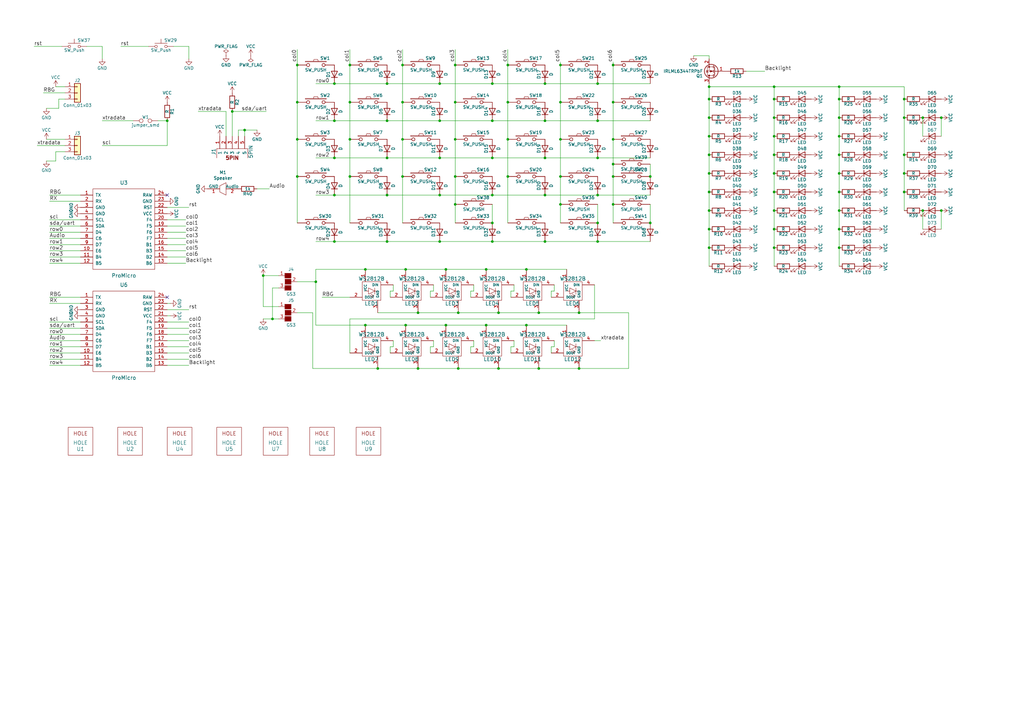
<source format=kicad_sch>
(kicad_sch (version 20211123) (generator eeschema)
  (paper "A3")
  (title_block (title "Dash") (rev "1.0.0-alpha") (company "omkbd"))
  (lib_symbols
    (symbol "Device:D" (pin_numbers hide) (pin_names (offset 1.016) hide)
      (property "Reference" "D" (at 0 2.54 0))
      (property "Value" "D" (at 0 -2.54 0))
      (symbol "D_1_1"
        (pin passive line (at -3.81 0 0) (length 2.54) (name "K") (number "1"))
        (pin passive line (at 3.81 0 180) (length 2.54) (name "A") (number "2"))
      )
    )
    (symbol "Device:LED" (pin_numbers hide) (pin_names (offset 1.016) hide)
      (property "Reference" "D" (at 0 2.54 0))
      (property "Value" "LED" (at 0 -2.54 0))
      (symbol "LED_1_1"
        (pin passive line (at -3.81 0 0) (length 2.54) (name "K") (number "1"))
        (pin passive line (at 3.81 0 180) (length 2.54) (name "A") (number "2"))
      )
    )
    (symbol "Device:R" (pin_numbers hide) (pin_names (offset 0))
      (property "Reference" "R" (at 2.032 0 90))
      (property "Value" "R" (at 0 0 90))
      (symbol "R_1_1"
        (pin passive line (at 0 3.81 270) (length 1.27) (name "~") (number "1"))
        (pin passive line (at 0 -3.81 90) (length 1.27) (name "~") (number "2"))
      )
    )
    (symbol "ergodash-rescue:5PIN-ergodash" (pin_names (offset 1.016))
      (property "Reference" "J" (at -1.27 7.62 0))
      (property "Value" "5PIN-ergodash" (at -1.27 -7.62 0))
      (symbol "5PIN-ergodash_0_0"
        (text "5PIN" (at -3.81 0 900) (effects (font (size 1.524 1.524) bold)))
      )
      (symbol "5PIN-ergodash_1_1"
        (pin power_in line (at 5.08 5.08 180) (length 5.08) (name "1") (number "1"))
        (pin bidirectional line (at 5.08 2.54 180) (length 5.08) (name "2") (number "2"))
        (pin bidirectional line (at 5.08 0 180) (length 5.08) (name "3") (number "3"))
        (pin power_in line (at 5.08 -2.54 180) (length 5.08) (name "4") (number "4"))
        (pin power_in line (at 5.08 -5.08 180) (length 5.08) (name "5") (number "5"))
      )
    )
    (symbol "ergodash-rescue:BSS138-transistors" (pin_names (offset 0) hide)
      (property "Reference" "Q" (at 5.08 1.905 0))
      (property "Value" "BSS138-transistors" (at 5.08 0 0))
      (symbol "BSS138-transistors_1_1"
        (pin input line (at -5.08 0 0) (length 5.334) (name "G") (number "1"))
        (pin passive line (at 2.54 -5.08 90) (length 2.54) (name "S") (number "2"))
        (pin passive line (at 2.54 5.08 270) (length 2.54) (name "D") (number "3"))
      )
    )
    (symbol "ergodash-rescue:Conn_01x03-conn" (pin_names (offset 1.016) hide)
      (property "Reference" "J" (at 0 5.08 0))
      (property "Value" "Conn_01x03-conn" (at 0 -5.08 0))
      (symbol "Conn_01x03-conn_1_1"
        (pin passive line (at -5.08 2.54 0) (length 3.81) (name "Pin_1") (number "1"))
        (pin passive line (at -5.08 0 0) (length 3.81) (name "Pin_2") (number "2"))
        (pin passive line (at -5.08 -2.54 0) (length 3.81) (name "Pin_3") (number "3"))
      )
    )
    (symbol "ergodash-rescue:GS3-conn" (pin_names (offset 1.016) hide)
      (property "Reference" "J" (at 1.27 5.08 0))
      (property "Value" "GS3-conn" (at 1.27 -5.0546 0))
      (symbol "GS3-conn_1_1"
        (pin passive line (at -3.81 2.54 0) (length 2.54) (name "G1") (number "1"))
        (pin passive line (at 3.81 0 180) (length 2.54) (name "G2") (number "2"))
        (pin passive line (at -3.81 -2.54 0) (length 2.54) (name "G3") (number "3"))
      )
    )
    (symbol "ergodash-rescue:HOLE-ergodash" (pin_names (offset 1.016))
      (property "Reference" "U" (at 0 0 0))
      (property "Value" "HOLE-ergodash" (at 0 2.54 0))
      (symbol "HOLE-ergodash_0_0"
        (text "HOLE" (at 0 6.35 0) (effects (font (size 1.524 1.524))))
      )
    )
    (symbol "ergodash-rescue:ProMicro-promicro" (pin_names (offset 1.016))
      (property "Reference" "U" (at 0 24.13 0))
      (property "Value" "ProMicro-promicro" (at 0 -13.97 0))
      (symbol "ProMicro-promicro_1_1"
        (pin bidirectional line (at -17.78 19.05 0) (length 5.08) (name "TX") (number "1"))
        (pin bidirectional line (at -17.78 -3.81 0) (length 5.08) (name "E6") (number "10"))
        (pin bidirectional line (at -17.78 -6.35 0) (length 5.08) (name "B4") (number "11"))
        (pin bidirectional line (at -17.78 -8.89 0) (length 5.08) (name "B5") (number "12"))
        (pin bidirectional line (at 17.78 -8.89 180) (length 5.08) (name "B6") (number "13"))
        (pin bidirectional line (at 17.78 -6.35 180) (length 5.08) (name "B2") (number "14"))
        (pin bidirectional line (at 17.78 -3.81 180) (length 5.08) (name "B3") (number "15"))
        (pin bidirectional line (at 17.78 -1.27 180) (length 5.08) (name "B1") (number "16"))
        (pin bidirectional line (at 17.78 1.27 180) (length 5.08) (name "F7") (number "17"))
        (pin bidirectional line (at 17.78 3.81 180) (length 5.08) (name "F6") (number "18"))
        (pin bidirectional line (at 17.78 6.35 180) (length 5.08) (name "F5") (number "19"))
        (pin bidirectional line (at -17.78 16.51 0) (length 5.08) (name "RX") (number "2"))
        (pin bidirectional line (at 17.78 8.89 180) (length 5.08) (name "F4") (number "20"))
        (pin power_in line (at 17.78 11.43 180) (length 5.08) (name "VCC") (number "21"))
        (pin input line (at 17.78 13.97 180) (length 5.08) (name "RST") (number "22"))
        (pin power_in line (at 17.78 16.51 180) (length 5.08) (name "GND") (number "23"))
        (pin power_out line (at 17.78 19.05 180) (length 5.08) (name "RAW") (number "24"))
        (pin power_in line (at -17.78 13.97 0) (length 5.08) (name "GND") (number "3"))
        (pin power_in line (at -17.78 11.43 0) (length 5.08) (name "GND") (number "4"))
        (pin bidirectional line (at -17.78 8.89 0) (length 5.08) (name "SCL") (number "5"))
        (pin bidirectional line (at -17.78 6.35 0) (length 5.08) (name "SDA") (number "6"))
        (pin bidirectional line (at -17.78 3.81 0) (length 5.08) (name "D4") (number "7"))
        (pin bidirectional line (at -17.78 1.27 0) (length 5.08) (name "C6") (number "8"))
        (pin bidirectional line (at -17.78 -1.27 0) (length 5.08) (name "D7") (number "9"))
      )
    )
    (symbol "ergodash-rescue:SW_PUSH-ergodash" (pin_numbers hide) (pin_names (offset 1.016) hide)
      (property "Reference" "SW" (at 3.81 2.794 0))
      (property "Value" "SW_PUSH-ergodash" (at 0 -2.032 0))
      (symbol "SW_PUSH-ergodash_0_1"
        (pin passive inverted (at -7.62 0 0) (length 5.08) (name "1") (number "1"))
        (pin passive inverted (at 7.62 0 180) (length 5.08) (name "2") (number "2"))
      )
    )
    (symbol "ergodash-rescue:SW_Push-switches" (pin_numbers hide) (pin_names (offset 1.016) hide)
      (property "Reference" "SW" (at 1.27 2.54 0))
      (property "Value" "SW_Push-switches" (at 0 -1.524 0))
      (symbol "SW_Push-switches_0_1"
        (pin passive line (at -5.08 0 0) (length 2.54) (name "1") (number "1"))
        (pin passive line (at 5.08 0 180) (length 2.54) (name "2") (number "2"))
      )
    )
    (symbol "ergodash-rescue:Speaker-ergodash" (pin_names (offset 0))
      (property "Reference" "M" (at 0 2.54 0))
      (property "Value" "Speaker-ergodash" (at 0 -3.81 0))
      (symbol "Speaker-ergodash_1_1"
        (pin input line (at -6.35 0 0) (length 5.08) (name "GND") (number "1"))
        (pin input line (at 6.35 0 180) (length 5.08) (name "Audio") (number "2"))
      )
    )
    (symbol "ergodash-rescue:WS2812B-ws2812b" (pin_names (offset 1.016))
      (property "Reference" "LED" (at 0 -5.08 0))
      (property "Value" "WS2812B-ws2812b" (at 0 5.08 0))
      (symbol "WS2812B-ws2812b_1_1"
        (pin power_in line (at -2.54 8.89 270) (length 5.0038) (name "VCC") (number "1"))
        (pin output line (at -8.89 -2.54 0) (length 5.0038) (name "DOUT") (number "2"))
        (pin power_in line (at 2.54 -8.89 90) (length 5.0038) (name "GND") (number "3"))
        (pin input line (at 8.89 2.54 180) (length 5.0038) (name "DIN") (number "4"))
      )
    )
    (symbol "ergodash-rescue:jumper_smd-ergodash" (pin_numbers hide) (pin_names (offset 0.762) hide)
      (property "Reference" "W" (at 0 1.524 0))
      (property "Value" "jumper_smd-ergodash" (at 0 -1.778 0))
      (symbol "jumper_smd-ergodash_0_1"
        (pin passive line (at -5.08 0 0) (length 2.54) (name "1") (number "1"))
        (pin passive line (at 5.08 0 180) (length 2.54) (name "2") (number "2"))
      )
    )
    (symbol "power:GND" (power) (pin_names (offset 0))
      (property "Value" "GND" (at 0 -3.81 0))
      (symbol "GND_1_1"
        (pin power_in line (at 0 0 270) (length 0) hide (name "GND") (number "1"))
      )
    )
    (symbol "power:PWR_FLAG" (power) (pin_numbers hide) (pin_names (offset 0) hide)
      (property "Value" "PWR_FLAG" (at 0 3.81 0))
      (symbol "PWR_FLAG_0_0"
        (pin power_out line (at 0 0 90) (length 0) (name "pwr") (number "1"))
      )
    )
    (symbol "power:VCC" (power) (pin_names (offset 0))
      (property "Value" "VCC" (at 0 3.81 0))
      (symbol "VCC_1_1"
        (pin power_in line (at 0 0 90) (length 0) hide (name "VCC") (number "1"))
      )
    )
  )
  (junction (at 370.84 78.74))
  (junction (at 182.88 110.49))
  (junction (at 199.39 133.35))
  (junction (at 229.87 41.91))
  (junction (at 378.46 48.26))
  (junction (at 143.51 57.15))
  (junction (at 143.51 41.91))
  (junction (at 208.28 72.39))
  (junction (at 290.83 101.6))
  (junction (at 204.47 151.13))
  (junction (at 121.92 57.15))
  (junction (at 317.5 93.98))
  (junction (at 317.5 101.6))
  (junction (at 180.34 64.77))
  (junction (at 237.49 128.27))
  (junction (at 149.86 133.35))
  (junction (at 245.11 64.77))
  (junction (at 290.83 63.5))
  (junction (at 223.52 64.77))
  (junction (at 223.52 80.01))
  (junction (at 344.17 63.5))
  (junction (at 317.5 86.36))
  (junction (at 290.83 86.36))
  (junction (at 137.16 64.77))
  (junction (at 317.5 35.56))
  (junction (at 180.34 99.06))
  (junction (at 237.49 151.13))
  (junction (at 208.28 57.15))
  (junction (at 386.08 48.26))
  (junction (at 143.51 72.39))
  (junction (at 290.83 48.26))
  (junction (at 317.5 55.88))
  (junction (at 186.69 57.15))
  (junction (at 154.94 151.13))
  (junction (at 201.93 34.29))
  (junction (at 171.45 151.13))
  (junction (at 386.08 86.36))
  (junction (at 208.28 41.91))
  (junction (at 158.75 99.06))
  (junction (at 317.5 78.74))
  (junction (at 199.39 110.49))
  (junction (at 68.58 49.53))
  (junction (at 229.87 26.67))
  (junction (at 251.46 67.31))
  (junction (at 344.17 35.56))
  (junction (at 100.33 53.34))
  (junction (at 344.17 48.26))
  (junction (at 220.98 151.13))
  (junction (at 165.1 41.91))
  (junction (at 370.84 71.12))
  (junction (at 317.5 40.64))
  (junction (at 180.34 80.01))
  (junction (at 158.75 80.01))
  (junction (at 149.86 110.49))
  (junction (at 245.11 34.29))
  (junction (at 201.93 64.77))
  (junction (at 111.76 130.81))
  (junction (at 186.69 41.91))
  (junction (at 317.5 48.26))
  (junction (at 137.16 49.53))
  (junction (at 378.46 86.36))
  (junction (at 290.83 93.98))
  (junction (at 223.52 49.53))
  (junction (at 165.1 26.67))
  (junction (at 121.92 26.67))
  (junction (at 317.5 63.5))
  (junction (at 137.16 34.29))
  (junction (at 344.17 93.98))
  (junction (at 290.83 40.64))
  (junction (at 107.95 113.03))
  (junction (at 290.83 55.88))
  (junction (at 129.54 115.57))
  (junction (at 344.17 86.36))
  (junction (at 344.17 71.12))
  (junction (at 137.16 99.06))
  (junction (at 165.1 57.15))
  (junction (at 251.46 72.39))
  (junction (at 166.37 133.35))
  (junction (at 171.45 128.27))
  (junction (at 344.17 78.74))
  (junction (at 158.75 49.53))
  (junction (at 229.87 72.39))
  (junction (at 245.11 99.06))
  (junction (at 266.7 72.39))
  (junction (at 370.84 40.64))
  (junction (at 215.9 110.49))
  (junction (at 245.11 49.53))
  (junction (at 208.28 26.67))
  (junction (at 204.47 128.27))
  (junction (at 370.84 63.5))
  (junction (at 137.16 80.01))
  (junction (at 201.93 99.06))
  (junction (at 180.34 49.53))
  (junction (at 186.69 83.82))
  (junction (at 158.75 64.77))
  (junction (at 187.96 128.27))
  (junction (at 290.83 35.56))
  (junction (at 121.92 72.39))
  (junction (at 186.69 26.67))
  (junction (at 165.1 72.39))
  (junction (at 223.52 99.06))
  (junction (at 344.17 55.88))
  (junction (at 187.96 151.13))
  (junction (at 344.17 40.64))
  (junction (at 95.25 45.72))
  (junction (at 182.88 133.35))
  (junction (at 370.84 48.26))
  (junction (at 223.52 34.29))
  (junction (at 290.83 78.74))
  (junction (at 143.51 26.67))
  (junction (at 251.46 41.91))
  (junction (at 220.98 128.27))
  (junction (at 201.93 80.01))
  (junction (at 266.7 91.44))
  (junction (at 186.69 72.39))
  (junction (at 215.9 133.35))
  (junction (at 245.11 91.44))
  (junction (at 229.87 57.15))
  (junction (at 344.17 101.6))
  (junction (at 166.37 110.49))
  (junction (at 290.83 71.12))
  (junction (at 158.75 34.29))
  (junction (at 251.46 57.15))
  (junction (at 201.93 91.44))
  (junction (at 121.92 41.91))
  (junction (at 251.46 26.67))
  (junction (at 180.34 34.29))
  (junction (at 245.11 80.01))
  (junction (at 229.87 83.82))
  (junction (at 201.93 49.53))
  (junction (at 317.5 71.12))
  (junction (at 251.46 83.82))
  (no_connect (at 68.58 80.01))
  (no_connect (at 68.58 121.92))
  (wire (pts (xy 107.95 130.81) (xy 111.76 130.81)))
  (wire (pts (xy 137.16 34.29) (xy 158.75 34.29)))
  (wire (pts (xy 223.52 99.06) (xy 245.11 99.06)))
  (wire (pts (xy 177.8 142.24) (xy 176.53 142.24)))
  (wire (pts (xy 19.05 57.15) (xy 26.67 57.15)))
  (wire (pts (xy 165.1 20.32) (xy 165.1 26.67)))
  (wire (pts (xy 306.07 29.21) (xy 313.69 29.21)))
  (wire (pts (xy 20.32 105.41) (xy 33.02 105.41)))
  (wire (pts (xy 370.84 63.5) (xy 370.84 71.12)))
  (wire (pts (xy 20.32 137.16) (xy 33.02 137.16)))
  (wire (pts (xy 22.86 66.04) (xy 19.05 66.04)))
  (wire (pts (xy 245.11 91.44) (xy 245.11 83.82)))
  (wire (pts (xy 171.45 128.27) (xy 187.96 128.27)))
  (wire (pts (xy 251.46 41.91) (xy 251.46 57.15)))
  (wire (pts (xy 290.83 78.74) (xy 290.83 86.36)))
  (wire (pts (xy 243.84 130.81) (xy 243.84 116.84)))
  (wire (pts (xy 121.92 26.67) (xy 121.92 41.91)))
  (wire (pts (xy 68.58 127) (xy 77.47 127)))
  (wire (pts (xy 182.88 110.49) (xy 199.39 110.49)))
  (wire (pts (xy 180.34 64.77) (xy 201.93 64.77)))
  (wire (pts (xy 204.47 151.13) (xy 220.98 151.13)))
  (wire (pts (xy 143.51 20.32) (xy 143.51 26.67)))
  (wire (pts (xy 344.17 48.26) (xy 344.17 55.88)))
  (wire (pts (xy 20.32 100.33) (xy 33.02 100.33)))
  (wire (pts (xy 204.47 128.27) (xy 220.98 128.27)))
  (wire (pts (xy 237.49 151.13) (xy 257.81 151.13)))
  (wire (pts (xy 210.82 142.24) (xy 209.55 142.24)))
  (wire (pts (xy 121.92 20.32) (xy 121.92 26.67)))
  (wire (pts (xy 245.11 64.77) (xy 266.7 64.77)))
  (wire (pts (xy 77.47 19.05) (xy 77.47 24.13)))
  (wire (pts (xy 251.46 83.82) (xy 251.46 91.44)))
  (wire (pts (xy 132.08 121.92) (xy 143.51 121.92)))
  (wire (pts (xy 220.98 151.13) (xy 237.49 151.13)))
  (wire (pts (xy 317.5 78.74) (xy 317.5 86.36)))
  (wire (pts (xy 386.08 93.98) (xy 386.08 86.36)))
  (wire (pts (xy 180.34 34.29) (xy 201.93 34.29)))
  (wire (pts (xy 129.54 133.35) (xy 149.86 133.35)))
  (wire (pts (xy 121.92 115.57) (xy 129.54 115.57)))
  (wire (pts (xy 111.76 130.81) (xy 114.3 130.81)))
  (wire (pts (xy 68.58 144.78) (xy 77.47 144.78)))
  (wire (pts (xy 166.37 133.35) (xy 182.88 133.35)))
  (wire (pts (xy 25.4 19.05) (xy 13.97 19.05)))
  (wire (pts (xy 209.55 119.38) (xy 209.55 121.92)))
  (wire (pts (xy 290.83 71.12) (xy 290.83 78.74)))
  (wire (pts (xy 22.86 35.56) (xy 26.67 35.56)))
  (wire (pts (xy 266.7 91.44) (xy 266.7 83.82)))
  (wire (pts (xy 68.58 59.69) (xy 68.58 49.53)))
  (wire (pts (xy 20.32 107.95) (xy 33.02 107.95)))
  (wire (pts (xy 95.25 45.72) (xy 95.25 55.88)))
  (wire (pts (xy 251.46 72.39) (xy 251.46 83.82)))
  (wire (pts (xy 129.54 115.57) (xy 129.54 133.35)))
  (wire (pts (xy 344.17 86.36) (xy 344.17 93.98)))
  (wire (pts (xy 137.16 64.77) (xy 158.75 64.77)))
  (wire (pts (xy 193.04 119.38) (xy 193.04 121.92)))
  (wire (pts (xy 378.46 55.88) (xy 378.46 48.26)))
  (wire (pts (xy 199.39 133.35) (xy 215.9 133.35)))
  (wire (pts (xy 344.17 93.98) (xy 344.17 101.6)))
  (wire (pts (xy 386.08 55.88) (xy 386.08 48.26)))
  (wire (pts (xy 201.93 99.06) (xy 223.52 99.06)))
  (wire (pts (xy 143.51 41.91) (xy 143.51 57.15)))
  (wire (pts (xy 290.83 35.56) (xy 290.83 40.64)))
  (wire (pts (xy 344.17 40.64) (xy 344.17 48.26)))
  (wire (pts (xy 20.32 95.25) (xy 33.02 95.25)))
  (wire (pts (xy 370.84 71.12) (xy 370.84 78.74)))
  (wire (pts (xy 20.32 124.46) (xy 33.02 124.46)))
  (wire (pts (xy 180.34 80.01) (xy 201.93 80.01)))
  (wire (pts (xy 317.5 35.56) (xy 317.5 40.64)))
  (wire (pts (xy 41.91 59.69) (xy 68.58 59.69)))
  (wire (pts (xy 20.32 102.87) (xy 33.02 102.87)))
  (wire (pts (xy 121.92 41.91) (xy 121.92 57.15)))
  (wire (pts (xy 97.79 55.88) (xy 97.79 53.34)))
  (wire (pts (xy 180.34 99.06) (xy 201.93 99.06)))
  (wire (pts (xy 129.54 110.49) (xy 129.54 115.57)))
  (wire (pts (xy 137.16 99.06) (xy 158.75 99.06)))
  (wire (pts (xy 177.8 116.84) (xy 177.8 119.38)))
  (wire (pts (xy 201.93 49.53) (xy 223.52 49.53)))
  (wire (pts (xy 344.17 35.56) (xy 344.17 40.64)))
  (wire (pts (xy 143.51 144.78) (xy 143.51 130.81)))
  (wire (pts (xy 193.04 142.24) (xy 193.04 144.78)))
  (wire (pts (xy 229.87 26.67) (xy 229.87 41.91)))
  (wire (pts (xy 370.84 40.64) (xy 370.84 48.26)))
  (wire (pts (xy 176.53 142.24) (xy 176.53 144.78)))
  (wire (pts (xy 227.33 119.38) (xy 226.06 119.38)))
  (wire (pts (xy 154.94 128.27) (xy 171.45 128.27)))
  (wire (pts (xy 317.5 71.12) (xy 317.5 78.74)))
  (wire (pts (xy 158.75 99.06) (xy 180.34 99.06)))
  (wire (pts (xy 68.58 139.7) (xy 77.47 139.7)))
  (wire (pts (xy 370.84 48.26) (xy 370.84 63.5)))
  (wire (pts (xy 107.95 113.03) (xy 114.3 113.03)))
  (wire (pts (xy 251.46 26.67) (xy 251.46 41.91)))
  (wire (pts (xy 100.33 53.34) (xy 100.33 55.88)))
  (wire (pts (xy 68.58 95.25) (xy 76.2 95.25)))
  (wire (pts (xy 121.92 57.15) (xy 121.92 72.39)))
  (wire (pts (xy 68.58 129.54) (xy 69.85 129.54)))
  (wire (pts (xy 317.5 63.5) (xy 317.5 71.12)))
  (wire (pts (xy 68.58 49.53) (xy 64.77 49.53)))
  (wire (pts (xy 160.02 119.38) (xy 160.02 121.92)))
  (wire (pts (xy 317.5 101.6) (xy 317.5 109.22)))
  (wire (pts (xy 317.5 40.64) (xy 317.5 48.26)))
  (wire (pts (xy 166.37 110.49) (xy 182.88 110.49)))
  (wire (pts (xy 107.95 125.73) (xy 107.95 113.03)))
  (wire (pts (xy 158.75 64.77) (xy 180.34 64.77)))
  (wire (pts (xy 187.96 128.27) (xy 204.47 128.27)))
  (wire (pts (xy 92.71 45.72) (xy 81.28 45.72)))
  (wire (pts (xy 370.84 78.74) (xy 370.84 86.36)))
  (wire (pts (xy 194.31 116.84) (xy 194.31 119.38)))
  (wire (pts (xy 20.32 139.7) (xy 33.02 139.7)))
  (wire (pts (xy 223.52 34.29) (xy 245.11 34.29)))
  (wire (pts (xy 68.58 85.09) (xy 77.47 85.09)))
  (wire (pts (xy 251.46 57.15) (xy 251.46 67.31)))
  (wire (pts (xy 176.53 119.38) (xy 176.53 121.92)))
  (wire (pts (xy 317.5 93.98) (xy 317.5 101.6)))
  (wire (pts (xy 160.02 142.24) (xy 160.02 144.78)))
  (wire (pts (xy 243.84 139.7) (xy 246.38 139.7)))
  (wire (pts (xy 22.86 62.23) (xy 22.86 66.04)))
  (wire (pts (xy 290.83 22.86) (xy 284.48 22.86)))
  (wire (pts (xy 137.16 80.01) (xy 158.75 80.01)))
  (wire (pts (xy 158.75 49.53) (xy 180.34 49.53)))
  (wire (pts (xy 161.29 116.84) (xy 161.29 119.38)))
  (wire (pts (xy 154.94 151.13) (xy 171.45 151.13)))
  (wire (pts (xy 227.33 116.84) (xy 227.33 119.38)))
  (wire (pts (xy 165.1 57.15) (xy 165.1 72.39)))
  (wire (pts (xy 68.58 132.08) (xy 77.47 132.08)))
  (wire (pts (xy 215.9 110.49) (xy 232.41 110.49)))
  (wire (pts (xy 344.17 78.74) (xy 344.17 86.36)))
  (wire (pts (xy 317.5 35.56) (xy 344.17 35.56)))
  (wire (pts (xy 227.33 142.24) (xy 226.06 142.24)))
  (wire (pts (xy 194.31 142.24) (xy 193.04 142.24)))
  (wire (pts (xy 76.2 107.95) (xy 68.58 107.95)))
  (wire (pts (xy 97.79 53.34) (xy 100.33 53.34)))
  (wire (pts (xy 41.91 19.05) (xy 41.91 24.13)))
  (wire (pts (xy 344.17 63.5) (xy 344.17 71.12)))
  (wire (pts (xy 194.31 139.7) (xy 194.31 142.24)))
  (wire (pts (xy 128.27 151.13) (xy 154.94 151.13)))
  (wire (pts (xy 143.51 130.81) (xy 243.84 130.81)))
  (wire (pts (xy 128.27 128.27) (xy 128.27 151.13)))
  (wire (pts (xy 290.83 55.88) (xy 290.83 63.5)))
  (wire (pts (xy 165.1 41.91) (xy 165.1 57.15)))
  (wire (pts (xy 290.83 35.56) (xy 317.5 35.56)))
  (wire (pts (xy 290.83 101.6) (xy 290.83 109.22)))
  (wire (pts (xy 68.58 102.87) (xy 76.2 102.87)))
  (wire (pts (xy 129.54 64.77) (xy 137.16 64.77)))
  (wire (pts (xy 201.93 83.82) (xy 201.93 91.44)))
  (wire (pts (xy 26.67 59.69) (xy 15.24 59.69)))
  (wire (pts (xy 158.75 34.29) (xy 180.34 34.29)))
  (wire (pts (xy 165.1 72.39) (xy 165.1 91.44)))
  (wire (pts (xy 95.25 45.72) (xy 109.22 45.72)))
  (wire (pts (xy 68.58 97.79) (xy 76.2 97.79)))
  (wire (pts (xy 111.76 118.11) (xy 111.76 130.81)))
  (wire (pts (xy 229.87 72.39) (xy 229.87 83.82)))
  (wire (pts (xy 245.11 80.01) (xy 266.7 80.01)))
  (wire (pts (xy 177.8 139.7) (xy 177.8 142.24)))
  (wire (pts (xy 208.28 72.39) (xy 208.28 91.44)))
  (wire (pts (xy 105.41 77.47) (xy 110.49 77.47)))
  (wire (pts (xy 229.87 83.82) (xy 229.87 91.44)))
  (wire (pts (xy 161.29 139.7) (xy 161.29 142.24)))
  (wire (pts (xy 20.32 121.92) (xy 33.02 121.92)))
  (wire (pts (xy 186.69 57.15) (xy 186.69 72.39)))
  (wire (pts (xy 161.29 142.24) (xy 160.02 142.24)))
  (wire (pts (xy 20.32 149.86) (xy 33.02 149.86)))
  (wire (pts (xy 208.28 41.91) (xy 208.28 57.15)))
  (wire (pts (xy 180.34 49.53) (xy 201.93 49.53)))
  (wire (pts (xy 129.54 34.29) (xy 137.16 34.29)))
  (wire (pts (xy 317.5 48.26) (xy 317.5 55.88)))
  (wire (pts (xy 149.86 133.35) (xy 166.37 133.35)))
  (wire (pts (xy 290.83 40.64) (xy 290.83 48.26)))
  (wire (pts (xy 290.83 93.98) (xy 290.83 101.6)))
  (wire (pts (xy 68.58 149.86) (xy 77.47 149.86)))
  (wire (pts (xy 186.69 83.82) (xy 186.69 91.44)))
  (wire (pts (xy 208.28 26.67) (xy 208.28 41.91)))
  (wire (pts (xy 121.92 72.39) (xy 121.92 91.44)))
  (wire (pts (xy 20.32 97.79) (xy 33.02 97.79)))
  (wire (pts (xy 143.51 26.67) (xy 143.51 41.91)))
  (wire (pts (xy 22.86 62.23) (xy 26.67 62.23)))
  (wire (pts (xy 220.98 128.27) (xy 237.49 128.27)))
  (wire (pts (xy 17.78 38.1) (xy 26.67 38.1)))
  (wire (pts (xy 290.83 48.26) (xy 290.83 55.88)))
  (wire (pts (xy 68.58 134.62) (xy 77.47 134.62)))
  (wire (pts (xy 194.31 119.38) (xy 193.04 119.38)))
  (wire (pts (xy 114.3 118.11) (xy 111.76 118.11)))
  (wire (pts (xy 68.58 92.71) (xy 76.2 92.71)))
  (wire (pts (xy 370.84 35.56) (xy 370.84 40.64)))
  (wire (pts (xy 237.49 128.27) (xy 257.81 128.27)))
  (wire (pts (xy 54.61 49.53) (xy 41.91 49.53)))
  (wire (pts (xy 215.9 133.35) (xy 232.41 133.35)))
  (wire (pts (xy 186.69 41.91) (xy 186.69 57.15)))
  (wire (pts (xy 100.33 53.34) (xy 105.41 53.34)))
  (wire (pts (xy 210.82 116.84) (xy 210.82 119.38)))
  (wire (pts (xy 229.87 57.15) (xy 229.87 72.39)))
  (wire (pts (xy 129.54 49.53) (xy 137.16 49.53)))
  (wire (pts (xy 143.51 72.39) (xy 143.51 91.44)))
  (wire (pts (xy 229.87 25.4) (xy 229.87 26.67)))
  (wire (pts (xy 165.1 26.67) (xy 165.1 41.91)))
  (wire (pts (xy 344.17 35.56) (xy 370.84 35.56)))
  (wire (pts (xy 229.87 41.91) (xy 229.87 57.15)))
  (wire (pts (xy 68.58 105.41) (xy 76.2 105.41)))
  (wire (pts (xy 210.82 119.38) (xy 209.55 119.38)))
  (wire (pts (xy 208.28 57.15) (xy 208.28 72.39)))
  (wire (pts (xy 290.83 63.5) (xy 290.83 71.12)))
  (wire (pts (xy 20.32 147.32) (xy 33.02 147.32)))
  (wire (pts (xy 129.54 110.49) (xy 149.86 110.49)))
  (wire (pts (xy 245.11 99.06) (xy 266.7 99.06)))
  (wire (pts (xy 186.69 26.67) (xy 186.69 41.91)))
  (wire (pts (xy 186.69 72.39) (xy 186.69 83.82)))
  (wire (pts (xy 210.82 139.7) (xy 210.82 142.24)))
  (wire (pts (xy 68.58 90.17) (xy 76.2 90.17)))
  (wire (pts (xy 20.32 144.78) (xy 33.02 144.78)))
  (wire (pts (xy 317.5 55.88) (xy 317.5 63.5)))
  (wire (pts (xy 129.54 99.06) (xy 137.16 99.06)))
  (wire (pts (xy 68.58 137.16) (xy 77.47 137.16)))
  (wire (pts (xy 35.56 19.05) (xy 41.91 19.05)))
  (wire (pts (xy 161.29 119.38) (xy 160.02 119.38)))
  (wire (pts (xy 227.33 139.7) (xy 227.33 142.24)))
  (wire (pts (xy 251.46 25.4) (xy 251.46 26.67)))
  (wire (pts (xy 187.96 151.13) (xy 204.47 151.13)))
  (wire (pts (xy 223.52 80.01) (xy 245.11 80.01)))
  (wire (pts (xy 209.55 142.24) (xy 209.55 144.78)))
  (wire (pts (xy 182.88 133.35) (xy 199.39 133.35)))
  (wire (pts (xy 251.46 67.31) (xy 251.46 72.39)))
  (wire (pts (xy 33.02 90.17) (xy 20.32 90.17)))
  (wire (pts (xy 223.52 49.53) (xy 245.11 49.53)))
  (wire (pts (xy 24.13 44.45) (xy 19.05 44.45)))
  (wire (pts (xy 149.86 110.49) (xy 166.37 110.49)))
  (wire (pts (xy 245.11 34.29) (xy 266.7 34.29)))
  (wire (pts (xy 344.17 101.6) (xy 344.17 109.22)))
  (wire (pts (xy 129.54 80.01) (xy 137.16 80.01)))
  (wire (pts (xy 24.13 40.64) (xy 24.13 44.45)))
  (wire (pts (xy 226.06 142.24) (xy 226.06 144.78)))
  (wire (pts (xy 26.67 40.64) (xy 24.13 40.64)))
  (wire (pts (xy 158.75 80.01) (xy 180.34 80.01)))
  (wire (pts (xy 33.02 134.62) (xy 20.32 134.62)))
  (wire (pts (xy 201.93 64.77) (xy 223.52 64.77)))
  (wire (pts (xy 143.51 57.15) (xy 143.51 72.39)))
  (wire (pts (xy 344.17 55.88) (xy 344.17 63.5)))
  (wire (pts (xy 68.58 147.32) (xy 77.47 147.32)))
  (wire (pts (xy 201.93 80.01) (xy 223.52 80.01)))
  (wire (pts (xy 68.58 142.24) (xy 77.47 142.24)))
  (wire (pts (xy 171.45 151.13) (xy 187.96 151.13)))
  (wire (pts (xy 290.83 34.29) (xy 290.83 35.56)))
  (wire (pts (xy 290.83 86.36) (xy 290.83 93.98)))
  (wire (pts (xy 245.11 49.53) (xy 266.7 49.53)))
  (wire (pts (xy 201.93 34.29) (xy 223.52 34.29)))
  (wire (pts (xy 266.7 67.31) (xy 266.7 72.39)))
  (wire (pts (xy 257.81 151.13) (xy 257.81 128.27)))
  (wire (pts (xy 199.39 110.49) (xy 215.9 110.49)))
  (wire (pts (xy 177.8 119.38) (xy 176.53 119.38)))
  (wire (pts (xy 92.71 55.88) (xy 92.71 45.72)))
  (wire (pts (xy 68.58 124.46) (xy 69.85 124.46)))
  (wire (pts (xy 137.16 49.53) (xy 158.75 49.53)))
  (wire (pts (xy 226.06 119.38) (xy 226.06 121.92)))
  (wire (pts (xy 223.52 64.77) (xy 245.11 64.77)))
  (wire (pts (xy 317.5 86.36) (xy 317.5 93.98)))
  (wire (pts (xy 20.32 80.01) (xy 33.02 80.01)))
  (wire (pts (xy 71.12 19.05) (xy 77.47 19.05)))
  (wire (pts (xy 33.02 92.71) (xy 20.32 92.71)))
  (wire (pts (xy 208.28 20.32) (xy 208.28 26.67)))
  (wire (pts (xy 290.83 24.13) (xy 290.83 22.86)))
  (wire (pts (xy 60.96 19.05) (xy 49.53 19.05)))
  (wire (pts (xy 68.58 100.33) (xy 76.2 100.33)))
  (wire (pts (xy 344.17 71.12) (xy 344.17 78.74)))
  (wire (pts (xy 378.46 93.98) (xy 378.46 86.36)))
  (wire (pts (xy 20.32 142.24) (xy 33.02 142.24)))
  (wire (pts (xy 114.3 125.73) (xy 107.95 125.73)))
  (wire (pts (xy 20.32 82.55) (xy 33.02 82.55)))
  (wire (pts (xy 33.02 132.08) (xy 20.32 132.08)))
  (wire (pts (xy 186.69 20.32) (xy 186.69 26.67)))
  (wire (pts (xy 121.92 128.27) (xy 128.27 128.27)))
  (label "col0" (at 76.2 90.17 0) (effects (font (size 1.524 1.524))))
  (label "row2" (at 20.32 102.87 0) (effects (font (size 1.524 1.524))))
  (label "col3" (at 77.47 139.7 0) (effects (font (size 1.524 1.524))))
  (label "col6" (at 251.46 25.4 90) (effects (font (size 1.524 1.524))))
  (label "col1" (at 143.51 25.4 90) (effects (font (size 1.524 1.524))))
  (label "col2" (at 165.1 25.4 90) (effects (font (size 1.524 1.524))))
  (label "row3" (at 129.54 80.01 0) (effects (font (size 1.524 1.524))))
  (label "scl" (at 20.32 132.08 0) (effects (font (size 1.524 1.524))))
  (label "col3" (at 186.69 25.4 90) (effects (font (size 1.524 1.524))))
  (label "sda/uart" (at 20.32 92.71 0) (effects (font (size 1.524 1.524))))
  (label "col2" (at 77.47 137.16 0) (effects (font (size 1.524 1.524))))
  (label "RBG" (at 20.32 80.01 0) (effects (font (size 1.524 1.524))))
  (label "Audio" (at 20.32 97.79 0) (effects (font (size 1.524 1.524))))
  (label "RX" (at 20.32 82.55 0) (effects (font (size 1.524 1.524))))
  (label "col5" (at 229.87 25.4 90) (effects (font (size 1.524 1.524))))
  (label "scl" (at 41.91 59.69 0) (effects (font (size 1.524 1.524))))
  (label "col0" (at 77.47 132.08 0) (effects (font (size 1.524 1.524))))
  (label "row2" (at 129.54 64.77 0) (effects (font (size 1.524 1.524))))
  (label "col0" (at 121.92 25.4 90) (effects (font (size 1.524 1.524))))
  (label "Audio" (at 110.49 77.47 0) (effects (font (size 1.524 1.524))))
  (label "Audio" (at 20.32 139.7 0) (effects (font (size 1.524 1.524))))
  (label "rst" (at 49.53 19.05 0) (effects (font (size 1.524 1.524))))
  (label "scl" (at 20.32 90.17 0) (effects (font (size 1.524 1.524))))
  (label "col5" (at 77.47 144.78 0) (effects (font (size 1.524 1.524))))
  (label "col5" (at 76.2 102.87 0) (effects (font (size 1.524 1.524))))
  (label "row3" (at 20.32 147.32 0) (effects (font (size 1.524 1.524))))
  (label "rst" (at 13.97 19.05 0) (effects (font (size 1.524 1.524))))
  (label "xtradata" (at 246.38 139.7 0) (effects (font (size 1.524 1.524))))
  (label "row2" (at 20.32 144.78 0) (effects (font (size 1.524 1.524))))
  (label "row4" (at 20.32 107.95 0) (effects (font (size 1.524 1.524))))
  (label "rst" (at 77.47 127 0) (effects (font (size 1.524 1.524))))
  (label "sda/uart" (at 20.32 134.62 0) (effects (font (size 1.524 1.524))))
  (label "xtradata" (at 41.91 49.53 0) (effects (font (size 1.524 1.524))))
  (label "xtradata" (at 81.28 45.72 0) (effects (font (size 1.524 1.524))))
  (label "col4" (at 208.28 25.4 90) (effects (font (size 1.524 1.524))))
  (label "row0" (at 20.32 95.25 0) (effects (font (size 1.524 1.524))))
  (label "row1" (at 129.54 49.53 0) (effects (font (size 1.524 1.524))))
  (label "RX" (at 20.32 124.46 0) (effects (font (size 1.524 1.524))))
  (label "Backlight" (at 76.2 107.95 0) (effects (font (size 1.524 1.524))))
  (label "col2" (at 76.2 95.25 0) (effects (font (size 1.524 1.524))))
  (label "col4" (at 76.2 100.33 0) (effects (font (size 1.524 1.524))))
  (label "row1" (at 20.32 142.24 0) (effects (font (size 1.524 1.524))))
  (label "row0" (at 20.32 137.16 0) (effects (font (size 1.524 1.524))))
  (label "RBG" (at 20.32 121.92 0) (effects (font (size 1.524 1.524))))
  (label "col6" (at 76.2 105.41 0) (effects (font (size 1.524 1.524))))
  (label "col4" (at 77.47 142.24 0) (effects (font (size 1.524 1.524))))
  (label "rst" (at 77.47 85.09 0) (effects (font (size 1.524 1.524))))
  (label "row1" (at 20.32 100.33 0) (effects (font (size 1.524 1.524))))
  (label "RBG" (at 17.78 38.1 0) (effects (font (size 1.524 1.524))))
  (label "row4" (at 20.32 149.86 0) (effects (font (size 1.524 1.524))))
  (label "col3" (at 76.2 97.79 0) (effects (font (size 1.524 1.524))))
  (label "row3" (at 20.32 105.41 0) (effects (font (size 1.524 1.524))))
  (label "sda/uart" (at 99.06 45.72 0) (effects (font (size 1.524 1.524))))
  (label "Backlight" (at 313.69 29.21 0) (effects (font (size 1.524 1.524))))
  (label "RBG" (at 132.08 121.92 0) (effects (font (size 1.524 1.524))))
  (label "col1" (at 77.47 134.62 0) (effects (font (size 1.524 1.524))))
  (label "row0" (at 129.54 34.29 0) (effects (font (size 1.524 1.524))))
  (label "row4" (at 129.54 99.06 0) (effects (font (size 1.524 1.524))))
  (label "col6" (at 77.47 147.32 0) (effects (font (size 1.524 1.524))))
  (label "Backlight" (at 77.47 149.86 0) (effects (font (size 1.524 1.524))))
  (label "col1" (at 76.2 92.71 0) (effects (font (size 1.524 1.524))))
  (label "xtradata" (at 15.24 59.69 0) (effects (font (size 1.524 1.524))))
  (symbol (lib_id "ergodash-rescue:HOLE-ergodash") (at 33.02 184.15 0) (unit 1)
    (property "Reference" "U1" (at 33.02 184.15 0) (effects (font (size 1.524 1.524))))
    (property "Value" "HOLE" (at 33.02 181.61 0) (effects (font (size 1.524 1.524))))
    (property "Footprint" "library:hole" (effects hide))
  )
  (symbol (lib_id "ergodash-rescue:HOLE-ergodash") (at 53.34 184.15 0) (unit 1)
    (property "Reference" "U2" (at 53.34 184.15 0) (effects (font (size 1.524 1.524))))
    (property "Value" "HOLE" (at 53.34 181.61 0) (effects (font (size 1.524 1.524))))
    (property "Footprint" "library:hole" (effects hide))
  )
  (symbol (lib_id "ergodash-rescue:HOLE-ergodash") (at 73.66 184.15 0) (unit 1)
    (property "Reference" "U4" (at 73.66 184.15 0) (effects (font (size 1.524 1.524))))
    (property "Value" "HOLE" (at 73.66 181.61 0) (effects (font (size 1.524 1.524))))
    (property "Footprint" "library:hole" (effects hide))
  )
  (symbol (lib_id "ergodash-rescue:HOLE-ergodash") (at 93.98 184.15 0) (unit 1)
    (property "Reference" "U5" (at 93.98 184.15 0) (effects (font (size 1.524 1.524))))
    (property "Value" "HOLE" (at 93.98 181.61 0) (effects (font (size 1.524 1.524))))
    (property "Footprint" "library:hole" (effects hide))
  )
  (symbol (lib_id "ergodash-rescue:ProMicro-promicro") (at 50.8 99.06 0) (unit 1)
    (property "Reference" "U3" (at 50.8 74.93 0) (effects (font (size 1.524 1.524))))
    (property "Value" "ProMicro" (at 50.8 113.03 0) (effects (font (size 1.524 1.524))))
    (property "Footprint" "library:ProMicro_rev" (effects hide))
  )
  (symbol (lib_id "power:GND") (at 68.58 82.55 90) (unit 1)
    (property "Reference" "#PWR01" (effects hide))
    (property "Value" "GND" (at 72.39 82.55 0))
  )
  (symbol (lib_id "power:VCC") (at 68.58 87.63 270) (unit 1)
    (property "Reference" "#PWR02" (effects hide))
    (property "Value" "VCC" (at 72.39 87.63 0))
  )
  (symbol (lib_id "power:GND") (at 33.02 85.09 270) (unit 1)
    (property "Reference" "#PWR03" (effects hide))
    (property "Value" "GND" (at 29.21 85.09 0))
  )
  (symbol (lib_id "power:GND") (at 33.02 87.63 270) (unit 1)
    (property "Reference" "#PWR04" (effects hide))
    (property "Value" "GND" (at 29.21 87.63 0))
  )
  (symbol (lib_id "Device:R") (at 68.58 45.72 0) (unit 1)
    (property "Reference" "R1" (at 70.612 45.72 90))
    (property "Value" "R" (at 68.58 45.72 90))
    (property "Footprint" "Resistors_THT:R_Axial_DIN0207_L6.3mm_D2.5mm_P10.16mm_Horizontal" (effects hide))
  )
  (symbol (lib_id "power:VCC") (at 68.58 41.91 0) (unit 1)
    (property "Reference" "#PWR05" (effects hide))
    (property "Value" "VCC" (at 68.58 38.1 0))
  )
  (symbol (lib_id "ergodash-rescue:jumper_smd-ergodash") (at 59.69 49.53 0) (unit 1)
    (property "Reference" "W1" (at 59.69 48.006 0))
    (property "Value" "jumper_smd" (at 59.69 51.308 0))
    (property "Footprint" "library:jumper_smd_2dub" (effects hide))
  )
  (symbol (lib_id "ergodash-rescue:5PIN-ergodash") (at 95.25 60.96 90) (unit 1)
    (property "Reference" "J1" (at 87.63 62.23 0) (effects (font (size 1.524 1.524))))
    (property "Value" "5PIN" (at 102.87 62.23 0) (effects (font (size 1.524 1.524))))
    (property "Footprint" "library:trrs_jack" (effects hide))
  )
  (symbol (lib_id "Device:R") (at 95.25 41.91 0) (unit 1)
    (property "Reference" "R2" (at 97.282 41.91 90))
    (property "Value" "R" (at 95.25 41.91 90))
    (property "Footprint" "Resistors_THT:R_Axial_DIN0207_L6.3mm_D2.5mm_P10.16mm_Horizontal" (effects hide))
  )
  (symbol (lib_id "power:VCC") (at 95.25 38.1 0) (unit 1)
    (property "Reference" "#PWR06" (effects hide))
    (property "Value" "VCC" (at 95.25 34.29 0))
  )
  (symbol (lib_id "power:GND") (at 105.41 53.34 0) (unit 1)
    (property "Reference" "#PWR07" (effects hide))
    (property "Value" "GND" (at 105.41 57.15 0))
  )
  (symbol (lib_id "power:VCC") (at 90.17 55.88 0) (unit 1)
    (property "Reference" "#PWR08" (effects hide))
    (property "Value" "VCC" (at 90.17 52.07 0))
  )
  (symbol (lib_id "ergodash-rescue:SW_PUSH-ergodash") (at 129.54 26.67 0) (unit 1)
    (property "Reference" "SW1" (at 133.35 23.876 0))
    (property "Value" "SW_PUSH" (at 129.54 28.702 0))
    (property "Footprint" "library:MX_ALPS" (effects hide))
  )
  (symbol (lib_id "Device:D") (at 137.16 30.48 90) (unit 1)
    (property "Reference" "D1" (at 134.62 30.48 0))
    (property "Value" "D" (at 139.7 30.48 0))
    (property "Footprint" "library:Diode_SMD_THT3" (effects hide))
  )
  (symbol (lib_id "ergodash-rescue:SW_PUSH-ergodash") (at 151.13 26.67 0) (unit 1)
    (property "Reference" "SW5" (at 154.94 23.876 0))
    (property "Value" "SW_PUSH" (at 151.13 28.702 0))
    (property "Footprint" "library:MX_ALPS" (effects hide))
  )
  (symbol (lib_id "ergodash-rescue:SW_PUSH-ergodash") (at 172.72 26.67 0) (unit 1)
    (property "Reference" "SW9" (at 176.53 23.876 0))
    (property "Value" "SW_PUSH" (at 172.72 28.702 0))
    (property "Footprint" "library:MX_ALPS" (effects hide))
  )
  (symbol (lib_id "ergodash-rescue:SW_PUSH-ergodash") (at 194.31 26.67 0) (unit 1)
    (property "Reference" "SW13" (at 198.12 23.876 0))
    (property "Value" "SW_PUSH" (at 194.31 28.702 0))
    (property "Footprint" "library:MX_ALPS" (effects hide))
  )
  (symbol (lib_id "ergodash-rescue:SW_PUSH-ergodash") (at 215.9 26.67 0) (unit 1)
    (property "Reference" "SW17" (at 219.71 23.876 0))
    (property "Value" "SW_PUSH" (at 215.9 28.702 0))
    (property "Footprint" "library:MX_ALPS" (effects hide))
  )
  (symbol (lib_id "ergodash-rescue:SW_PUSH-ergodash") (at 237.49 26.67 0) (unit 1)
    (property "Reference" "SW21" (at 241.3 23.876 0))
    (property "Value" "SW_PUSH" (at 237.49 28.702 0))
    (property "Footprint" "library:MX_ALPS" (effects hide))
  )
  (symbol (lib_id "ergodash-rescue:SW_PUSH-ergodash") (at 259.08 26.67 0) (unit 1)
    (property "Reference" "SW25" (at 262.89 23.876 0))
    (property "Value" "SW_PUSH" (at 259.08 28.702 0))
    (property "Footprint" "library:MX_ALPS" (effects hide))
  )
  (symbol (lib_id "Device:D") (at 158.75 30.48 90) (unit 1)
    (property "Reference" "D5" (at 156.21 30.48 0))
    (property "Value" "D" (at 161.29 30.48 0))
    (property "Footprint" "library:Diode_SMD_THT3" (effects hide))
  )
  (symbol (lib_id "Device:D") (at 180.34 30.48 90) (unit 1)
    (property "Reference" "D9" (at 177.8 30.48 0))
    (property "Value" "D" (at 182.88 30.48 0))
    (property "Footprint" "library:Diode_SMD_THT3" (effects hide))
  )
  (symbol (lib_id "Device:D") (at 201.93 30.48 90) (unit 1)
    (property "Reference" "D13" (at 199.39 30.48 0))
    (property "Value" "D" (at 204.47 30.48 0))
    (property "Footprint" "library:Diode_SMD_THT3" (effects hide))
  )
  (symbol (lib_id "Device:D") (at 223.52 30.48 90) (unit 1)
    (property "Reference" "D17" (at 220.98 30.48 0))
    (property "Value" "D" (at 226.06 30.48 0))
    (property "Footprint" "library:Diode_SMD_THT3" (effects hide))
  )
  (symbol (lib_id "Device:D") (at 245.11 30.48 90) (unit 1)
    (property "Reference" "D21" (at 242.57 30.48 0))
    (property "Value" "D" (at 247.65 30.48 0))
    (property "Footprint" "library:Diode_SMD_THT3" (effects hide))
  )
  (symbol (lib_id "Device:D") (at 266.7 30.48 90) (unit 1)
    (property "Reference" "D25" (at 264.16 30.48 0))
    (property "Value" "D" (at 269.24 30.48 0))
    (property "Footprint" "library:Diode_SMD_THT3" (effects hide))
  )
  (symbol (lib_id "ergodash-rescue:SW_PUSH-ergodash") (at 129.54 41.91 0) (unit 1)
    (property "Reference" "SW2" (at 133.35 39.116 0))
    (property "Value" "SW_PUSH" (at 129.54 43.942 0))
    (property "Footprint" "library:MX_ALPS" (effects hide))
  )
  (symbol (lib_id "ergodash-rescue:SW_PUSH-ergodash") (at 151.13 41.91 0) (unit 1)
    (property "Reference" "SW6" (at 154.94 39.116 0))
    (property "Value" "SW_PUSH" (at 151.13 43.942 0))
    (property "Footprint" "library:MX_ALPS" (effects hide))
  )
  (symbol (lib_id "ergodash-rescue:SW_PUSH-ergodash") (at 172.72 41.91 0) (unit 1)
    (property "Reference" "SW10" (at 176.53 39.116 0))
    (property "Value" "SW_PUSH" (at 172.72 43.942 0))
    (property "Footprint" "library:MX_ALPS" (effects hide))
  )
  (symbol (lib_id "ergodash-rescue:SW_PUSH-ergodash") (at 194.31 41.91 0) (unit 1)
    (property "Reference" "SW14" (at 198.12 39.116 0))
    (property "Value" "SW_PUSH" (at 194.31 43.942 0))
    (property "Footprint" "library:MX_ALPS" (effects hide))
  )
  (symbol (lib_id "ergodash-rescue:SW_PUSH-ergodash") (at 215.9 41.91 0) (unit 1)
    (property "Reference" "SW18" (at 219.71 39.116 0))
    (property "Value" "SW_PUSH" (at 215.9 43.942 0))
    (property "Footprint" "library:MX_ALPS" (effects hide))
  )
  (symbol (lib_id "ergodash-rescue:SW_PUSH-ergodash") (at 237.49 41.91 0) (unit 1)
    (property "Reference" "SW22" (at 241.3 39.116 0))
    (property "Value" "SW_PUSH" (at 237.49 43.942 0))
    (property "Footprint" "library:MX_ALPS" (effects hide))
  )
  (symbol (lib_id "ergodash-rescue:SW_PUSH-ergodash") (at 259.08 41.91 0) (unit 1)
    (property "Reference" "SW26" (at 262.89 39.116 0))
    (property "Value" "SW_PUSH" (at 259.08 43.942 0))
    (property "Footprint" "library:MX_ALPS" (effects hide))
  )
  (symbol (lib_id "ergodash-rescue:SW_PUSH-ergodash") (at 259.08 57.15 0) (unit 1)
    (property "Reference" "SW27" (at 262.89 54.356 0))
    (property "Value" "SW_PUSH" (at 259.08 59.182 0))
    (property "Footprint" "library:MX_ALPS" (effects hide))
  )
  (symbol (lib_id "ergodash-rescue:SW_PUSH-ergodash") (at 237.49 57.15 0) (unit 1)
    (property "Reference" "SW23" (at 241.3 54.356 0))
    (property "Value" "SW_PUSH" (at 237.49 59.182 0))
    (property "Footprint" "library:MX_ALPS" (effects hide))
  )
  (symbol (lib_id "ergodash-rescue:SW_PUSH-ergodash") (at 215.9 57.15 0) (unit 1)
    (property "Reference" "SW19" (at 219.71 54.356 0))
    (property "Value" "SW_PUSH" (at 215.9 59.182 0))
    (property "Footprint" "library:MX_ALPS" (effects hide))
  )
  (symbol (lib_id "ergodash-rescue:SW_PUSH-ergodash") (at 194.31 57.15 0) (unit 1)
    (property "Reference" "SW15" (at 198.12 54.356 0))
    (property "Value" "SW_PUSH" (at 194.31 59.182 0))
    (property "Footprint" "library:MX_ALPS" (effects hide))
  )
  (symbol (lib_id "ergodash-rescue:SW_PUSH-ergodash") (at 172.72 57.15 0) (unit 1)
    (property "Reference" "SW11" (at 176.53 54.356 0))
    (property "Value" "SW_PUSH" (at 172.72 59.182 0))
    (property "Footprint" "library:MX_ALPS" (effects hide))
  )
  (symbol (lib_id "ergodash-rescue:SW_PUSH-ergodash") (at 151.13 57.15 0) (unit 1)
    (property "Reference" "SW7" (at 154.94 54.356 0))
    (property "Value" "SW_PUSH" (at 151.13 59.182 0))
    (property "Footprint" "library:MX_ALPS" (effects hide))
  )
  (symbol (lib_id "ergodash-rescue:SW_PUSH-ergodash") (at 129.54 57.15 0) (unit 1)
    (property "Reference" "SW3" (at 133.35 54.356 0))
    (property "Value" "SW_PUSH" (at 129.54 59.182 0))
    (property "Footprint" "library:MX_ALPS" (effects hide))
  )
  (symbol (lib_id "ergodash-rescue:SW_PUSH-ergodash") (at 129.54 72.39 0) (unit 1)
    (property "Reference" "SW4" (at 133.35 69.596 0))
    (property "Value" "SW_PUSH" (at 129.54 74.422 0))
    (property "Footprint" "library:MX_ALPS" (effects hide))
  )
  (symbol (lib_id "ergodash-rescue:SW_PUSH-ergodash") (at 151.13 72.39 0) (unit 1)
    (property "Reference" "SW8" (at 154.94 69.596 0))
    (property "Value" "SW_PUSH" (at 151.13 74.422 0))
    (property "Footprint" "library:MX_ALPS" (effects hide))
  )
  (symbol (lib_id "ergodash-rescue:SW_PUSH-ergodash") (at 172.72 72.39 0) (unit 1)
    (property "Reference" "SW12" (at 176.53 69.596 0))
    (property "Value" "SW_PUSH" (at 172.72 74.422 0))
    (property "Footprint" "library:MX_ALPS" (effects hide))
  )
  (symbol (lib_id "ergodash-rescue:SW_PUSH-ergodash") (at 194.31 72.39 0) (unit 1)
    (property "Reference" "SW16" (at 198.12 69.596 0))
    (property "Value" "SW_PUSH" (at 194.31 74.422 0))
    (property "Footprint" "library:MX_ALPS" (effects hide))
  )
  (symbol (lib_id "ergodash-rescue:SW_PUSH-ergodash") (at 215.9 72.39 0) (unit 1)
    (property "Reference" "SW20" (at 219.71 69.596 0))
    (property "Value" "SW_PUSH" (at 215.9 74.422 0))
    (property "Footprint" "library:MX_ALPS" (effects hide))
  )
  (symbol (lib_id "ergodash-rescue:SW_PUSH-ergodash") (at 237.49 72.39 0) (unit 1)
    (property "Reference" "SW24" (at 241.3 69.596 0))
    (property "Value" "SW_PUSH" (at 237.49 74.422 0))
    (property "Footprint" "library:MX_ALPS" (effects hide))
  )
  (symbol (lib_id "ergodash-rescue:SW_PUSH-ergodash") (at 259.08 72.39 0) (unit 1)
    (property "Reference" "SW28" (at 262.89 69.596 0))
    (property "Value" "SW_PUSH" (at 259.08 74.422 0))
    (property "Footprint" "library:MX_ALPS" (effects hide))
  )
  (symbol (lib_id "Device:D") (at 137.16 45.72 90) (unit 1)
    (property "Reference" "D2" (at 134.62 45.72 0))
    (property "Value" "D" (at 139.7 45.72 0))
    (property "Footprint" "library:Diode_SMD_THT3" (effects hide))
  )
  (symbol (lib_id "Device:D") (at 158.75 45.72 90) (unit 1)
    (property "Reference" "D6" (at 156.21 45.72 0))
    (property "Value" "D" (at 161.29 45.72 0))
    (property "Footprint" "library:Diode_SMD_THT3" (effects hide))
  )
  (symbol (lib_id "Device:D") (at 180.34 45.72 90) (unit 1)
    (property "Reference" "D10" (at 177.8 45.72 0))
    (property "Value" "D" (at 182.88 45.72 0))
    (property "Footprint" "library:Diode_SMD_THT3" (effects hide))
  )
  (symbol (lib_id "Device:D") (at 201.93 45.72 90) (unit 1)
    (property "Reference" "D14" (at 199.39 45.72 0))
    (property "Value" "D" (at 204.47 45.72 0))
    (property "Footprint" "library:Diode_SMD_THT3" (effects hide))
  )
  (symbol (lib_id "Device:D") (at 223.52 45.72 90) (unit 1)
    (property "Reference" "D18" (at 220.98 45.72 0))
    (property "Value" "D" (at 226.06 45.72 0))
    (property "Footprint" "library:Diode_SMD_THT3" (effects hide))
  )
  (symbol (lib_id "Device:D") (at 245.11 45.72 90) (unit 1)
    (property "Reference" "D22" (at 242.57 45.72 0))
    (property "Value" "D" (at 247.65 45.72 0))
    (property "Footprint" "library:Diode_SMD_THT3" (effects hide))
  )
  (symbol (lib_id "Device:D") (at 266.7 45.72 90) (unit 1)
    (property "Reference" "D26" (at 264.16 45.72 0))
    (property "Value" "D" (at 269.24 45.72 0))
    (property "Footprint" "library:Diode_SMD_THT3" (effects hide))
  )
  (symbol (lib_id "Device:D") (at 266.7 60.96 90) (unit 1)
    (property "Reference" "D27" (at 264.16 60.96 0))
    (property "Value" "D" (at 269.24 60.96 0))
    (property "Footprint" "library:Diode_SMD_THT3" (effects hide))
  )
  (symbol (lib_id "Device:D") (at 245.11 60.96 90) (unit 1)
    (property "Reference" "D23" (at 242.57 60.96 0))
    (property "Value" "D" (at 247.65 60.96 0))
    (property "Footprint" "library:Diode_SMD_THT3" (effects hide))
  )
  (symbol (lib_id "Device:D") (at 223.52 60.96 90) (unit 1)
    (property "Reference" "D19" (at 220.98 60.96 0))
    (property "Value" "D" (at 226.06 60.96 0))
    (property "Footprint" "library:Diode_SMD_THT3" (effects hide))
  )
  (symbol (lib_id "Device:D") (at 201.93 60.96 90) (unit 1)
    (property "Reference" "D15" (at 199.39 60.96 0))
    (property "Value" "D" (at 204.47 60.96 0))
    (property "Footprint" "library:Diode_SMD_THT3" (effects hide))
  )
  (symbol (lib_id "Device:D") (at 180.34 60.96 90) (unit 1)
    (property "Reference" "D11" (at 177.8 60.96 0))
    (property "Value" "D" (at 182.88 60.96 0))
    (property "Footprint" "library:Diode_SMD_THT3" (effects hide))
  )
  (symbol (lib_id "Device:D") (at 158.75 60.96 90) (unit 1)
    (property "Reference" "D7" (at 156.21 60.96 0))
    (property "Value" "D" (at 161.29 60.96 0))
    (property "Footprint" "library:Diode_SMD_THT3" (effects hide))
  )
  (symbol (lib_id "Device:D") (at 137.16 60.96 90) (unit 1)
    (property "Reference" "D3" (at 134.62 60.96 0))
    (property "Value" "D" (at 139.7 60.96 0))
    (property "Footprint" "library:Diode_SMD_THT3" (effects hide))
  )
  (symbol (lib_id "Device:D") (at 137.16 76.2 90) (unit 1)
    (property "Reference" "D4" (at 134.62 76.2 0))
    (property "Value" "D" (at 139.7 76.2 0))
    (property "Footprint" "library:Diode_SMD_THT3" (effects hide))
  )
  (symbol (lib_id "Device:D") (at 158.75 76.2 90) (unit 1)
    (property "Reference" "D8" (at 156.21 76.2 0))
    (property "Value" "D" (at 161.29 76.2 0))
    (property "Footprint" "library:Diode_SMD_THT3" (effects hide))
  )
  (symbol (lib_id "Device:D") (at 180.34 76.2 90) (unit 1)
    (property "Reference" "D12" (at 177.8 76.2 0))
    (property "Value" "D" (at 182.88 76.2 0))
    (property "Footprint" "library:Diode_SMD_THT3" (effects hide))
  )
  (symbol (lib_id "Device:D") (at 201.93 76.2 90) (unit 1)
    (property "Reference" "D16" (at 199.39 76.2 0))
    (property "Value" "D" (at 204.47 76.2 0))
    (property "Footprint" "library:Diode_SMD_THT3" (effects hide))
  )
  (symbol (lib_id "Device:D") (at 223.52 76.2 90) (unit 1)
    (property "Reference" "D20" (at 220.98 76.2 0))
    (property "Value" "D" (at 226.06 76.2 0))
    (property "Footprint" "library:Diode_SMD_THT3" (effects hide))
  )
  (symbol (lib_id "Device:D") (at 245.11 76.2 90) (unit 1)
    (property "Reference" "D24" (at 242.57 76.2 0))
    (property "Value" "D" (at 247.65 76.2 0))
    (property "Footprint" "library:Diode_SMD_THT3" (effects hide))
  )
  (symbol (lib_id "Device:D") (at 266.7 76.2 90) (unit 1)
    (property "Reference" "D28" (at 264.16 76.2 0))
    (property "Value" "D" (at 269.24 76.2 0))
    (property "Footprint" "library:Diode_SMD_THT3" (effects hide))
  )
  (symbol (lib_id "power:PWR_FLAG") (at 92.71 22.86 0) (unit 1)
    (property "Reference" "#FLG09" (effects hide))
    (property "Value" "PWR_FLAG" (at 92.71 19.05 0))
  )
  (symbol (lib_id "power:PWR_FLAG") (at 102.87 22.86 180) (unit 1)
    (property "Reference" "#FLG010" (effects hide))
    (property "Value" "PWR_FLAG" (at 102.87 26.67 0))
  )
  (symbol (lib_id "power:GND") (at 92.71 22.86 0) (unit 1)
    (property "Reference" "#PWR011" (effects hide))
    (property "Value" "GND" (at 92.71 26.67 0))
  )
  (symbol (lib_id "power:VCC") (at 102.87 22.86 0) (unit 1)
    (property "Reference" "#PWR012" (effects hide))
    (property "Value" "VCC" (at 102.87 19.05 0))
  )
  (symbol (lib_id "ergodash-rescue:HOLE-ergodash") (at 113.03 184.15 0) (unit 1)
    (property "Reference" "U7" (at 113.03 184.15 0) (effects (font (size 1.524 1.524))))
    (property "Value" "HOLE" (at 113.03 181.61 0) (effects (font (size 1.524 1.524))))
    (property "Footprint" "library:hole" (effects hide))
  )
  (symbol (lib_id "ergodash-rescue:SW_Push-switches") (at 66.04 19.05 0) (unit 1)
    (property "Reference" "SW29" (at 67.31 16.51 0) (effects (justify left)))
    (property "Value" "SW_Push" (at 66.04 20.574 0))
    (property "Footprint" "library:tact_switch2" (effects hide))
  )
  (symbol (lib_id "power:GND") (at 77.47 24.13 0) (unit 1)
    (property "Reference" "#PWR013" (effects hide))
    (property "Value" "GND" (at 77.47 27.94 0))
  )
  (symbol (lib_id "ergodash-rescue:SW_PUSH-ergodash") (at 129.54 91.44 0) (unit 1)
    (property "Reference" "SW30" (at 133.35 88.646 0))
    (property "Value" "SW_PUSH" (at 129.54 93.472 0))
    (property "Footprint" "library:MX_ALPS" (effects hide))
  )
  (symbol (lib_id "ergodash-rescue:SW_PUSH-ergodash") (at 151.13 91.44 0) (unit 1)
    (property "Reference" "SW31" (at 154.94 88.646 0))
    (property "Value" "SW_PUSH" (at 151.13 93.472 0))
    (property "Footprint" "library:MX_ALPS" (effects hide))
  )
  (symbol (lib_id "ergodash-rescue:SW_PUSH-ergodash") (at 172.72 91.44 0) (unit 1)
    (property "Reference" "SW32" (at 176.53 88.646 0))
    (property "Value" "SW_PUSH" (at 172.72 93.472 0))
    (property "Footprint" "library:MX_ALPS" (effects hide))
  )
  (symbol (lib_id "ergodash-rescue:SW_PUSH-ergodash") (at 194.31 91.44 0) (unit 1)
    (property "Reference" "SW33" (at 198.12 88.646 0))
    (property "Value" "SW_PUSH" (at 194.31 93.472 0))
    (property "Footprint" "library:MX_ALPS" (effects hide))
  )
  (symbol (lib_id "ergodash-rescue:SW_PUSH-ergodash") (at 215.9 91.44 0) (unit 1)
    (property "Reference" "SW34" (at 219.71 88.646 0))
    (property "Value" "SW_PUSH" (at 215.9 93.472 0))
    (property "Footprint" "library:MX_ALPS" (effects hide))
  )
  (symbol (lib_id "ergodash-rescue:SW_PUSH-ergodash") (at 237.49 91.44 0) (unit 1)
    (property "Reference" "SW35" (at 241.3 88.646 0))
    (property "Value" "SW_PUSH" (at 237.49 93.472 0))
    (property "Footprint" "library:MX_ALPS" (effects hide))
  )
  (symbol (lib_id "Device:D") (at 137.16 95.25 90) (unit 1)
    (property "Reference" "D29" (at 134.62 95.25 0))
    (property "Value" "D" (at 139.7 95.25 0))
    (property "Footprint" "library:Diode_SMD_THT3" (effects hide))
  )
  (symbol (lib_id "Device:D") (at 158.75 95.25 90) (unit 1)
    (property "Reference" "D30" (at 156.21 95.25 0))
    (property "Value" "D" (at 161.29 95.25 0))
    (property "Footprint" "library:Diode_SMD_THT3" (effects hide))
  )
  (symbol (lib_id "Device:D") (at 180.34 95.25 90) (unit 1)
    (property "Reference" "D31" (at 177.8 95.25 0))
    (property "Value" "D" (at 182.88 95.25 0))
    (property "Footprint" "library:Diode_SMD_THT3" (effects hide))
  )
  (symbol (lib_id "Device:D") (at 201.93 95.25 90) (unit 1)
    (property "Reference" "D32" (at 199.39 95.25 0))
    (property "Value" "D" (at 204.47 95.25 0))
    (property "Footprint" "library:Diode_SMD_THT3" (effects hide))
  )
  (symbol (lib_id "Device:D") (at 223.52 95.25 90) (unit 1)
    (property "Reference" "D33" (at 220.98 95.25 0))
    (property "Value" "D" (at 226.06 95.25 0))
    (property "Footprint" "library:Diode_SMD_THT3" (effects hide))
  )
  (symbol (lib_id "Device:D") (at 245.11 95.25 90) (unit 1)
    (property "Reference" "D34" (at 242.57 95.25 0))
    (property "Value" "D" (at 247.65 95.25 0))
    (property "Footprint" "library:Diode_SMD_THT3" (effects hide))
  )
  (symbol (lib_id "ergodash-rescue:Conn_01x03-conn") (at 31.75 38.1 0) (unit 1)
    (property "Reference" "J2" (at 31.75 33.02 0))
    (property "Value" "Conn_01x03" (at 31.75 43.18 0))
    (property "Footprint" "library:conn3" (effects hide))
  )
  (symbol (lib_id "ergodash-rescue:Conn_01x03-conn") (at 31.75 59.69 0) (unit 1)
    (property "Reference" "J3" (at 31.75 54.61 0))
    (property "Value" "Conn_01x03" (at 31.75 64.77 0))
    (property "Footprint" "library:conn3" (effects hide))
  )
  (symbol (lib_id "power:VCC") (at 19.05 57.15 0) (unit 1)
    (property "Reference" "#PWR014" (effects hide))
    (property "Value" "VCC" (at 19.05 53.34 0))
  )
  (symbol (lib_id "power:GND") (at 19.05 66.04 0) (unit 1)
    (property "Reference" "#PWR015" (effects hide))
    (property "Value" "GND" (at 19.05 69.85 0))
  )
  (symbol (lib_id "power:VCC") (at 22.86 35.56 0) (unit 1)
    (property "Reference" "#PWR016" (effects hide))
    (property "Value" "VCC" (at 22.86 31.75 0))
  )
  (symbol (lib_id "power:GND") (at 19.05 44.45 0) (unit 1)
    (property "Reference" "#PWR017" (effects hide))
    (property "Value" "GND" (at 19.05 48.26 0))
  )
  (symbol (lib_id "ergodash-rescue:ProMicro-promicro") (at 50.8 140.97 0) (unit 1)
    (property "Reference" "U6" (at 50.8 116.84 0) (effects (font (size 1.524 1.524))))
    (property "Value" "ProMicro" (at 50.8 154.94 0) (effects (font (size 1.524 1.524))))
    (property "Footprint" "library:ProMicro_rev" (effects hide))
  )
  (symbol (lib_id "power:GND") (at 69.85 124.46 90) (unit 1)
    (property "Reference" "#PWR018" (effects hide))
    (property "Value" "GND" (at 73.66 124.46 0))
  )
  (symbol (lib_id "power:VCC") (at 69.85 129.54 270) (unit 1)
    (property "Reference" "#PWR019" (effects hide))
    (property "Value" "VCC" (at 73.66 129.54 0))
  )
  (symbol (lib_id "power:GND") (at 33.02 127 270) (unit 1)
    (property "Reference" "#PWR020" (effects hide))
    (property "Value" "GND" (at 29.21 127 0))
  )
  (symbol (lib_id "power:GND") (at 33.02 129.54 270) (unit 1)
    (property "Reference" "#PWR021" (effects hide))
    (property "Value" "GND" (at 29.21 129.54 0))
  )
  (symbol (lib_id "ergodash-rescue:SW_Push-switches") (at 30.48 19.05 0) (unit 1)
    (property "Reference" "SW37" (at 31.75 16.51 0) (effects (justify left)))
    (property "Value" "SW_Push" (at 30.48 20.574 0))
    (property "Footprint" "library:tact_switch2" (effects hide))
  )
  (symbol (lib_id "power:GND") (at 41.91 24.13 0) (unit 1)
    (property "Reference" "#PWR022" (effects hide))
    (property "Value" "GND" (at 41.91 27.94 0))
  )
  (symbol (lib_id "ergodash-rescue:HOLE-ergodash") (at 132.08 184.15 0) (unit 1)
    (property "Reference" "U8" (at 132.08 184.15 0) (effects (font (size 1.524 1.524))))
    (property "Value" "HOLE" (at 132.08 181.61 0) (effects (font (size 1.524 1.524))))
    (property "Footprint" "library:hole" (effects hide))
  )
  (symbol (lib_id "ergodash-rescue:SW_PUSH-ergodash") (at 237.49 83.82 0) (unit 1)
    (property "Reference" "SW36" (at 241.3 81.026 0))
    (property "Value" "SW_PUSH" (at 237.49 85.852 0))
    (property "Footprint" "library:MX_ALPS" (effects hide))
  )
  (symbol (lib_id "ergodash-rescue:WS2812B-ws2812b") (at 152.4 119.38 0) (unit 1)
    (property "Reference" "LED1" (at 152.4 124.46 0) (effects (font (size 1.524 1.524))))
    (property "Value" "WS2812B" (at 152.4 114.3 0) (effects (font (size 1.524 1.524))))
    (property "Footprint" "library:WS2812B-5" (effects hide))
  )
  (symbol (lib_id "ergodash-rescue:WS2812B-ws2812b") (at 168.91 119.38 0) (unit 1)
    (property "Reference" "LED2" (at 168.91 124.46 0) (effects (font (size 1.524 1.524))))
    (property "Value" "WS2812B" (at 168.91 114.3 0) (effects (font (size 1.524 1.524))))
    (property "Footprint" "library:WS2812B-5" (effects hide))
  )
  (symbol (lib_id "ergodash-rescue:WS2812B-ws2812b") (at 185.42 119.38 0) (unit 1)
    (property "Reference" "LED3" (at 185.42 124.46 0) (effects (font (size 1.524 1.524))))
    (property "Value" "WS2812B" (at 185.42 114.3 0) (effects (font (size 1.524 1.524))))
    (property "Footprint" "library:WS2812B-5" (effects hide))
  )
  (symbol (lib_id "ergodash-rescue:WS2812B-ws2812b") (at 201.93 119.38 0) (unit 1)
    (property "Reference" "LED4" (at 201.93 124.46 0) (effects (font (size 1.524 1.524))))
    (property "Value" "WS2812B" (at 201.93 114.3 0) (effects (font (size 1.524 1.524))))
    (property "Footprint" "library:WS2812B-5" (effects hide))
  )
  (symbol (lib_id "ergodash-rescue:WS2812B-ws2812b") (at 218.44 119.38 0) (unit 1)
    (property "Reference" "LED5" (at 218.44 124.46 0) (effects (font (size 1.524 1.524))))
    (property "Value" "WS2812B" (at 218.44 114.3 0) (effects (font (size 1.524 1.524))))
    (property "Footprint" "library:WS2812B-5" (effects hide))
  )
  (symbol (lib_id "ergodash-rescue:WS2812B-ws2812b") (at 234.95 119.38 0) (unit 1)
    (property "Reference" "LED6" (at 234.95 124.46 0) (effects (font (size 1.524 1.524))))
    (property "Value" "WS2812B" (at 234.95 114.3 0) (effects (font (size 1.524 1.524))))
    (property "Footprint" "library:WS2812B-5" (effects hide))
  )
  (symbol (lib_id "ergodash-rescue:WS2812B-ws2812b") (at 152.4 142.24 0) (unit 1)
    (property "Reference" "LED7" (at 152.4 147.32 0) (effects (font (size 1.524 1.524))))
    (property "Value" "WS2812B" (at 152.4 137.16 0) (effects (font (size 1.524 1.524))))
    (property "Footprint" "library:WS2812B-5" (effects hide))
  )
  (symbol (lib_id "ergodash-rescue:WS2812B-ws2812b") (at 168.91 142.24 0) (unit 1)
    (property "Reference" "LED8" (at 168.91 147.32 0) (effects (font (size 1.524 1.524))))
    (property "Value" "WS2812B" (at 168.91 137.16 0) (effects (font (size 1.524 1.524))))
    (property "Footprint" "library:WS2812B-5" (effects hide))
  )
  (symbol (lib_id "ergodash-rescue:WS2812B-ws2812b") (at 185.42 142.24 0) (unit 1)
    (property "Reference" "LED9" (at 185.42 147.32 0) (effects (font (size 1.524 1.524))))
    (property "Value" "WS2812B" (at 185.42 137.16 0) (effects (font (size 1.524 1.524))))
    (property "Footprint" "library:WS2812B-5" (effects hide))
  )
  (symbol (lib_id "ergodash-rescue:WS2812B-ws2812b") (at 201.93 142.24 0) (unit 1)
    (property "Reference" "LED10" (at 201.93 147.32 0) (effects (font (size 1.524 1.524))))
    (property "Value" "WS2812B" (at 201.93 137.16 0) (effects (font (size 1.524 1.524))))
    (property "Footprint" "library:WS2812B-5" (effects hide))
  )
  (symbol (lib_id "ergodash-rescue:WS2812B-ws2812b") (at 218.44 142.24 0) (unit 1)
    (property "Reference" "LED11" (at 218.44 147.32 0) (effects (font (size 1.524 1.524))))
    (property "Value" "WS2812B" (at 218.44 137.16 0) (effects (font (size 1.524 1.524))))
    (property "Footprint" "library:WS2812B-5" (effects hide))
  )
  (symbol (lib_id "ergodash-rescue:WS2812B-ws2812b") (at 234.95 142.24 0) (unit 1)
    (property "Reference" "LED12" (at 234.95 147.32 0) (effects (font (size 1.524 1.524))))
    (property "Value" "WS2812B" (at 234.95 137.16 0) (effects (font (size 1.524 1.524))))
    (property "Footprint" "library:WS2812B-5" (effects hide))
  )
  (symbol (lib_id "power:VCC") (at 107.95 113.03 0) (unit 1)
    (property "Reference" "#PWR023" (effects hide))
    (property "Value" "VCC" (at 107.95 109.22 0))
  )
  (symbol (lib_id "power:GND") (at 107.95 130.81 0) (unit 1)
    (property "Reference" "#PWR024" (effects hide))
    (property "Value" "GND" (at 107.95 134.62 0))
  )
  (symbol (lib_id "ergodash-rescue:GS3-conn") (at 118.11 115.57 0) (unit 1)
    (property "Reference" "J4" (at 119.38 110.49 0))
    (property "Value" "GS3" (at 119.38 120.6246 0))
    (property "Footprint" "library:jumper2" (effects hide))
  )
  (symbol (lib_id "ergodash-rescue:GS3-conn") (at 118.11 128.27 0) (unit 1)
    (property "Reference" "J5" (at 119.38 123.19 0))
    (property "Value" "GS3" (at 119.38 133.3246 0))
    (property "Footprint" "library:jumper2" (effects hide))
  )
  (symbol (lib_id "Device:LED") (at 302.26 40.64 0) (unit 1)
    (property "Reference" "D35" (at 302.26 38.1 0))
    (property "Value" "LED" (at 302.26 43.18 0))
    (property "Footprint" "library:CHERRY_MX_LED2" (effects hide))
  )
  (symbol (lib_id "Device:R") (at 294.64 40.64 270) (unit 1)
    (property "Reference" "R3" (at 294.64 42.672 90))
    (property "Value" "R" (at 294.64 40.64 90))
    (property "Footprint" "library:Resistors_SMD_THT" (effects hide))
  )
  (symbol (lib_id "ergodash-rescue:BSS138-transistors") (at 293.37 29.21 180) (unit 1)
    (property "Reference" "Q1" (at 288.29 31.115 0) (effects (justify left)))
    (property "Value" "IRLML6344TRPbF" (at 288.29 29.21 0) (effects (justify left)))
    (property "Footprint" "library:SOT-23_2" (effects hide))
  )
  (symbol (lib_id "power:VCC") (at 306.07 40.64 270) (unit 1)
    (property "Reference" "#PWR025" (effects hide))
    (property "Value" "VCC" (at 309.88 40.64 0))
  )
  (symbol (lib_id "Device:LED") (at 302.26 48.26 0) (unit 1)
    (property "Reference" "D36" (at 302.26 45.72 0))
    (property "Value" "LED" (at 302.26 50.8 0))
    (property "Footprint" "library:CHERRY_MX_LED2" (effects hide))
  )
  (symbol (lib_id "Device:R") (at 294.64 48.26 270) (unit 1)
    (property "Reference" "R4" (at 294.64 50.292 90))
    (property "Value" "R" (at 294.64 48.26 90))
    (property "Footprint" "library:Resistors_SMD_THT" (effects hide))
  )
  (symbol (lib_id "power:VCC") (at 306.07 48.26 270) (unit 1)
    (property "Reference" "#PWR026" (effects hide))
    (property "Value" "VCC" (at 309.88 48.26 0))
  )
  (symbol (lib_id "Device:LED") (at 302.26 55.88 0) (unit 1)
    (property "Reference" "D37" (at 302.26 53.34 0))
    (property "Value" "LED" (at 302.26 58.42 0))
    (property "Footprint" "library:CHERRY_MX_LED2" (effects hide))
  )
  (symbol (lib_id "Device:R") (at 294.64 55.88 270) (unit 1)
    (property "Reference" "R5" (at 294.64 57.912 90))
    (property "Value" "R" (at 294.64 55.88 90))
    (property "Footprint" "library:Resistors_SMD_THT" (effects hide))
  )
  (symbol (lib_id "power:VCC") (at 306.07 55.88 270) (unit 1)
    (property "Reference" "#PWR027" (effects hide))
    (property "Value" "VCC" (at 309.88 55.88 0))
  )
  (symbol (lib_id "Device:LED") (at 302.26 63.5 0) (unit 1)
    (property "Reference" "D38" (at 302.26 60.96 0))
    (property "Value" "LED" (at 302.26 66.04 0))
    (property "Footprint" "library:CHERRY_MX_LED2" (effects hide))
  )
  (symbol (lib_id "Device:R") (at 294.64 63.5 270) (unit 1)
    (property "Reference" "R6" (at 294.64 65.532 90))
    (property "Value" "R" (at 294.64 63.5 90))
    (property "Footprint" "library:Resistors_SMD_THT" (effects hide))
  )
  (symbol (lib_id "power:VCC") (at 306.07 63.5 270) (unit 1)
    (property "Reference" "#PWR028" (effects hide))
    (property "Value" "VCC" (at 309.88 63.5 0))
  )
  (symbol (lib_id "Device:LED") (at 302.26 71.12 0) (unit 1)
    (property "Reference" "D39" (at 302.26 68.58 0))
    (property "Value" "LED" (at 302.26 73.66 0))
    (property "Footprint" "library:CHERRY_MX_LED2" (effects hide))
  )
  (symbol (lib_id "Device:R") (at 294.64 71.12 270) (unit 1)
    (property "Reference" "R7" (at 294.64 73.152 90))
    (property "Value" "R" (at 294.64 71.12 90))
    (property "Footprint" "library:Resistors_SMD_THT" (effects hide))
  )
  (symbol (lib_id "power:VCC") (at 306.07 71.12 270) (unit 1)
    (property "Reference" "#PWR029" (effects hide))
    (property "Value" "VCC" (at 309.88 71.12 0))
  )
  (symbol (lib_id "Device:LED") (at 302.26 78.74 0) (unit 1)
    (property "Reference" "D40" (at 302.26 76.2 0))
    (property "Value" "LED" (at 302.26 81.28 0))
    (property "Footprint" "library:CHERRY_MX_LED2" (effects hide))
  )
  (symbol (lib_id "Device:R") (at 294.64 78.74 270) (unit 1)
    (property "Reference" "R8" (at 294.64 80.772 90))
    (property "Value" "R" (at 294.64 78.74 90))
    (property "Footprint" "library:Resistors_SMD_THT" (effects hide))
  )
  (symbol (lib_id "power:VCC") (at 306.07 78.74 270) (unit 1)
    (property "Reference" "#PWR030" (effects hide))
    (property "Value" "VCC" (at 309.88 78.74 0))
  )
  (symbol (lib_id "Device:LED") (at 302.26 86.36 0) (unit 1)
    (property "Reference" "D41" (at 302.26 83.82 0))
    (property "Value" "LED" (at 302.26 88.9 0))
    (property "Footprint" "library:CHERRY_MX_LED2" (effects hide))
  )
  (symbol (lib_id "Device:R") (at 294.64 86.36 270) (unit 1)
    (property "Reference" "R9" (at 294.64 88.392 90))
    (property "Value" "R" (at 294.64 86.36 90))
    (property "Footprint" "library:Resistors_SMD_THT" (effects hide))
  )
  (symbol (lib_id "power:VCC") (at 306.07 86.36 270) (unit 1)
    (property "Reference" "#PWR031" (effects hide))
    (property "Value" "VCC" (at 309.88 86.36 0))
  )
  (symbol (lib_id "Device:LED") (at 302.26 93.98 0) (unit 1)
    (property "Reference" "D42" (at 302.26 91.44 0))
    (property "Value" "LED" (at 302.26 96.52 0))
    (property "Footprint" "library:CHERRY_MX_LED2" (effects hide))
  )
  (symbol (lib_id "Device:R") (at 294.64 93.98 270) (unit 1)
    (property "Reference" "R10" (at 294.64 96.012 90))
    (property "Value" "R" (at 294.64 93.98 90))
    (property "Footprint" "library:Resistors_SMD_THT" (effects hide))
  )
  (symbol (lib_id "power:VCC") (at 306.07 93.98 270) (unit 1)
    (property "Reference" "#PWR032" (effects hide))
    (property "Value" "VCC" (at 309.88 93.98 0))
  )
  (symbol (lib_id "Device:LED") (at 302.26 101.6 0) (unit 1)
    (property "Reference" "D43" (at 302.26 99.06 0))
    (property "Value" "LED" (at 302.26 104.14 0))
    (property "Footprint" "library:CHERRY_MX_LED2" (effects hide))
  )
  (symbol (lib_id "Device:R") (at 294.64 101.6 270) (unit 1)
    (property "Reference" "R11" (at 294.64 103.632 90))
    (property "Value" "R" (at 294.64 101.6 90))
    (property "Footprint" "library:Resistors_SMD_THT" (effects hide))
  )
  (symbol (lib_id "power:VCC") (at 306.07 101.6 270) (unit 1)
    (property "Reference" "#PWR033" (effects hide))
    (property "Value" "VCC" (at 309.88 101.6 0))
  )
  (symbol (lib_id "Device:LED") (at 302.26 109.22 0) (unit 1)
    (property "Reference" "D44" (at 302.26 106.68 0))
    (property "Value" "LED" (at 302.26 111.76 0))
    (property "Footprint" "library:CHERRY_MX_LED2" (effects hide))
  )
  (symbol (lib_id "Device:R") (at 294.64 109.22 270) (unit 1)
    (property "Reference" "R12" (at 294.64 111.252 90))
    (property "Value" "R" (at 294.64 109.22 90))
    (property "Footprint" "library:Resistors_SMD_THT" (effects hide))
  )
  (symbol (lib_id "power:VCC") (at 306.07 109.22 270) (unit 1)
    (property "Reference" "#PWR034" (effects hide))
    (property "Value" "VCC" (at 309.88 109.22 0))
  )
  (symbol (lib_id "Device:R") (at 302.26 29.21 270) (unit 1)
    (property "Reference" "R13" (at 302.26 31.242 90))
    (property "Value" "1k" (at 302.26 29.21 90))
    (property "Footprint" "library:Resistors_SMD_THT" (effects hide))
  )
  (symbol (lib_id "Device:LED") (at 328.93 40.64 0) (unit 1)
    (property "Reference" "D45" (at 328.93 38.1 0))
    (property "Value" "LED" (at 328.93 43.18 0))
    (property "Footprint" "library:CHERRY_MX_LED2" (effects hide))
  )
  (symbol (lib_id "Device:R") (at 321.31 40.64 270) (unit 1)
    (property "Reference" "R15" (at 321.31 42.672 90))
    (property "Value" "R" (at 321.31 40.64 90))
    (property "Footprint" "library:Resistors_SMD_THT" (effects hide))
  )
  (symbol (lib_id "power:VCC") (at 332.74 40.64 270) (unit 1)
    (property "Reference" "#PWR035" (effects hide))
    (property "Value" "VCC" (at 336.55 40.64 0))
  )
  (symbol (lib_id "Device:LED") (at 328.93 48.26 0) (unit 1)
    (property "Reference" "D46" (at 328.93 45.72 0))
    (property "Value" "LED" (at 328.93 50.8 0))
    (property "Footprint" "library:CHERRY_MX_LED2" (effects hide))
  )
  (symbol (lib_id "Device:R") (at 321.31 48.26 270) (unit 1)
    (property "Reference" "R16" (at 321.31 50.292 90))
    (property "Value" "R" (at 321.31 48.26 90))
    (property "Footprint" "library:Resistors_SMD_THT" (effects hide))
  )
  (symbol (lib_id "power:VCC") (at 332.74 48.26 270) (unit 1)
    (property "Reference" "#PWR036" (effects hide))
    (property "Value" "VCC" (at 336.55 48.26 0))
  )
  (symbol (lib_id "Device:LED") (at 328.93 55.88 0) (unit 1)
    (property "Reference" "D47" (at 328.93 53.34 0))
    (property "Value" "LED" (at 328.93 58.42 0))
    (property "Footprint" "library:CHERRY_MX_LED2" (effects hide))
  )
  (symbol (lib_id "Device:R") (at 321.31 55.88 270) (unit 1)
    (property "Reference" "R17" (at 321.31 57.912 90))
    (property "Value" "R" (at 321.31 55.88 90))
    (property "Footprint" "library:Resistors_SMD_THT" (effects hide))
  )
  (symbol (lib_id "power:VCC") (at 332.74 55.88 270) (unit 1)
    (property "Reference" "#PWR037" (effects hide))
    (property "Value" "VCC" (at 336.55 55.88 0))
  )
  (symbol (lib_id "Device:LED") (at 328.93 63.5 0) (unit 1)
    (property "Reference" "D48" (at 328.93 60.96 0))
    (property "Value" "LED" (at 328.93 66.04 0))
    (property "Footprint" "library:CHERRY_MX_LED2" (effects hide))
  )
  (symbol (lib_id "Device:R") (at 321.31 63.5 270) (unit 1)
    (property "Reference" "R18" (at 321.31 65.532 90))
    (property "Value" "R" (at 321.31 63.5 90))
    (property "Footprint" "library:Resistors_SMD_THT" (effects hide))
  )
  (symbol (lib_id "power:VCC") (at 332.74 63.5 270) (unit 1)
    (property "Reference" "#PWR038" (effects hide))
    (property "Value" "VCC" (at 336.55 63.5 0))
  )
  (symbol (lib_id "Device:LED") (at 328.93 71.12 0) (unit 1)
    (property "Reference" "D49" (at 328.93 68.58 0))
    (property "Value" "LED" (at 328.93 73.66 0))
    (property "Footprint" "library:CHERRY_MX_LED2" (effects hide))
  )
  (symbol (lib_id "Device:R") (at 321.31 71.12 270) (unit 1)
    (property "Reference" "R19" (at 321.31 73.152 90))
    (property "Value" "R" (at 321.31 71.12 90))
    (property "Footprint" "library:Resistors_SMD_THT" (effects hide))
  )
  (symbol (lib_id "power:VCC") (at 332.74 71.12 270) (unit 1)
    (property "Reference" "#PWR039" (effects hide))
    (property "Value" "VCC" (at 336.55 71.12 0))
  )
  (symbol (lib_id "Device:LED") (at 328.93 78.74 0) (unit 1)
    (property "Reference" "D50" (at 328.93 76.2 0))
    (property "Value" "LED" (at 328.93 81.28 0))
    (property "Footprint" "library:CHERRY_MX_LED2" (effects hide))
  )
  (symbol (lib_id "Device:R") (at 321.31 78.74 270) (unit 1)
    (property "Reference" "R20" (at 321.31 80.772 90))
    (property "Value" "R" (at 321.31 78.74 90))
    (property "Footprint" "library:Resistors_SMD_THT" (effects hide))
  )
  (symbol (lib_id "power:VCC") (at 332.74 78.74 270) (unit 1)
    (property "Reference" "#PWR040" (effects hide))
    (property "Value" "VCC" (at 336.55 78.74 0))
  )
  (symbol (lib_id "Device:LED") (at 328.93 86.36 0) (unit 1)
    (property "Reference" "D51" (at 328.93 83.82 0))
    (property "Value" "LED" (at 328.93 88.9 0))
    (property "Footprint" "library:CHERRY_MX_LED2" (effects hide))
  )
  (symbol (lib_id "Device:R") (at 321.31 86.36 270) (unit 1)
    (property "Reference" "R21" (at 321.31 88.392 90))
    (property "Value" "R" (at 321.31 86.36 90))
    (property "Footprint" "library:Resistors_SMD_THT" (effects hide))
  )
  (symbol (lib_id "power:VCC") (at 332.74 86.36 270) (unit 1)
    (property "Reference" "#PWR041" (effects hide))
    (property "Value" "VCC" (at 336.55 86.36 0))
  )
  (symbol (lib_id "Device:LED") (at 328.93 93.98 0) (unit 1)
    (property "Reference" "D52" (at 328.93 91.44 0))
    (property "Value" "LED" (at 328.93 96.52 0))
    (property "Footprint" "library:CHERRY_MX_LED2" (effects hide))
  )
  (symbol (lib_id "Device:R") (at 321.31 93.98 270) (unit 1)
    (property "Reference" "R22" (at 321.31 96.012 90))
    (property "Value" "R" (at 321.31 93.98 90))
    (property "Footprint" "library:Resistors_SMD_THT" (effects hide))
  )
  (symbol (lib_id "power:VCC") (at 332.74 93.98 270) (unit 1)
    (property "Reference" "#PWR042" (effects hide))
    (property "Value" "VCC" (at 336.55 93.98 0))
  )
  (symbol (lib_id "Device:LED") (at 328.93 101.6 0) (unit 1)
    (property "Reference" "D53" (at 328.93 99.06 0))
    (property "Value" "LED" (at 328.93 104.14 0))
    (property "Footprint" "library:CHERRY_MX_LED2" (effects hide))
  )
  (symbol (lib_id "Device:R") (at 321.31 101.6 270) (unit 1)
    (property "Reference" "R23" (at 321.31 103.632 90))
    (property "Value" "R" (at 321.31 101.6 90))
    (property "Footprint" "library:Resistors_SMD_THT" (effects hide))
  )
  (symbol (lib_id "power:VCC") (at 332.74 101.6 270) (unit 1)
    (property "Reference" "#PWR043" (effects hide))
    (property "Value" "VCC" (at 336.55 101.6 0))
  )
  (symbol (lib_id "Device:LED") (at 328.93 109.22 0) (unit 1)
    (property "Reference" "D54" (at 328.93 106.68 0))
    (property "Value" "LED" (at 328.93 111.76 0))
    (property "Footprint" "library:CHERRY_MX_LED2" (effects hide))
  )
  (symbol (lib_id "Device:R") (at 321.31 109.22 270) (unit 1)
    (property "Reference" "R24" (at 321.31 111.252 90))
    (property "Value" "R" (at 321.31 109.22 90))
    (property "Footprint" "library:Resistors_SMD_THT" (effects hide))
  )
  (symbol (lib_id "power:VCC") (at 332.74 109.22 270) (unit 1)
    (property "Reference" "#PWR044" (effects hide))
    (property "Value" "VCC" (at 336.55 109.22 0))
  )
  (symbol (lib_id "Device:LED") (at 355.6 40.64 0) (unit 1)
    (property "Reference" "D55" (at 355.6 38.1 0))
    (property "Value" "LED" (at 355.6 43.18 0))
    (property "Footprint" "library:CHERRY_MX_LED2" (effects hide))
  )
  (symbol (lib_id "Device:R") (at 347.98 40.64 270) (unit 1)
    (property "Reference" "R25" (at 347.98 42.672 90))
    (property "Value" "R" (at 347.98 40.64 90))
    (property "Footprint" "library:Resistors_SMD_THT" (effects hide))
  )
  (symbol (lib_id "power:VCC") (at 359.41 40.64 270) (unit 1)
    (property "Reference" "#PWR045" (effects hide))
    (property "Value" "VCC" (at 363.22 40.64 0))
  )
  (symbol (lib_id "Device:LED") (at 355.6 48.26 0) (unit 1)
    (property "Reference" "D56" (at 355.6 45.72 0))
    (property "Value" "LED" (at 355.6 50.8 0))
    (property "Footprint" "library:CHERRY_MX_LED2" (effects hide))
  )
  (symbol (lib_id "Device:R") (at 347.98 48.26 270) (unit 1)
    (property "Reference" "R26" (at 347.98 50.292 90))
    (property "Value" "R" (at 347.98 48.26 90))
    (property "Footprint" "library:Resistors_SMD_THT" (effects hide))
  )
  (symbol (lib_id "power:VCC") (at 359.41 48.26 270) (unit 1)
    (property "Reference" "#PWR046" (effects hide))
    (property "Value" "VCC" (at 363.22 48.26 0))
  )
  (symbol (lib_id "Device:LED") (at 355.6 55.88 0) (unit 1)
    (property "Reference" "D57" (at 355.6 53.34 0))
    (property "Value" "LED" (at 355.6 58.42 0))
    (property "Footprint" "library:CHERRY_MX_LED2" (effects hide))
  )
  (symbol (lib_id "Device:R") (at 347.98 55.88 270) (unit 1)
    (property "Reference" "R27" (at 347.98 57.912 90))
    (property "Value" "R" (at 347.98 55.88 90))
    (property "Footprint" "library:Resistors_SMD_THT" (effects hide))
  )
  (symbol (lib_id "power:VCC") (at 359.41 55.88 270) (unit 1)
    (property "Reference" "#PWR047" (effects hide))
    (property "Value" "VCC" (at 363.22 55.88 0))
  )
  (symbol (lib_id "Device:LED") (at 355.6 63.5 0) (unit 1)
    (property "Reference" "D58" (at 355.6 60.96 0))
    (property "Value" "LED" (at 355.6 66.04 0))
    (property "Footprint" "library:CHERRY_MX_LED2" (effects hide))
  )
  (symbol (lib_id "Device:R") (at 347.98 63.5 270) (unit 1)
    (property "Reference" "R28" (at 347.98 65.532 90))
    (property "Value" "R" (at 347.98 63.5 90))
    (property "Footprint" "library:Resistors_SMD_THT" (effects hide))
  )
  (symbol (lib_id "power:VCC") (at 359.41 63.5 270) (unit 1)
    (property "Reference" "#PWR048" (effects hide))
    (property "Value" "VCC" (at 363.22 63.5 0))
  )
  (symbol (lib_id "Device:LED") (at 355.6 71.12 0) (unit 1)
    (property "Reference" "D59" (at 355.6 68.58 0))
    (property "Value" "LED" (at 355.6 73.66 0))
    (property "Footprint" "library:CHERRY_MX_LED2" (effects hide))
  )
  (symbol (lib_id "Device:R") (at 347.98 71.12 270) (unit 1)
    (property "Reference" "R29" (at 347.98 73.152 90))
    (property "Value" "R" (at 347.98 71.12 90))
    (property "Footprint" "library:Resistors_SMD_THT" (effects hide))
  )
  (symbol (lib_id "power:VCC") (at 359.41 71.12 270) (unit 1)
    (property "Reference" "#PWR049" (effects hide))
    (property "Value" "VCC" (at 363.22 71.12 0))
  )
  (symbol (lib_id "Device:LED") (at 355.6 78.74 0) (unit 1)
    (property "Reference" "D60" (at 355.6 76.2 0))
    (property "Value" "LED" (at 355.6 81.28 0))
    (property "Footprint" "library:CHERRY_MX_LED2" (effects hide))
  )
  (symbol (lib_id "Device:R") (at 347.98 78.74 270) (unit 1)
    (property "Reference" "R30" (at 347.98 80.772 90))
    (property "Value" "R" (at 347.98 78.74 90))
    (property "Footprint" "library:Resistors_SMD_THT" (effects hide))
  )
  (symbol (lib_id "power:VCC") (at 359.41 78.74 270) (unit 1)
    (property "Reference" "#PWR050" (effects hide))
    (property "Value" "VCC" (at 363.22 78.74 0))
  )
  (symbol (lib_id "Device:LED") (at 355.6 86.36 0) (unit 1)
    (property "Reference" "D61" (at 355.6 83.82 0))
    (property "Value" "LED" (at 355.6 88.9 0))
    (property "Footprint" "library:CHERRY_MX_LED2" (effects hide))
  )
  (symbol (lib_id "Device:R") (at 347.98 86.36 270) (unit 1)
    (property "Reference" "R31" (at 347.98 88.392 90))
    (property "Value" "R" (at 347.98 86.36 90))
    (property "Footprint" "library:Resistors_SMD_THT" (effects hide))
  )
  (symbol (lib_id "power:VCC") (at 359.41 86.36 270) (unit 1)
    (property "Reference" "#PWR051" (effects hide))
    (property "Value" "VCC" (at 363.22 86.36 0))
  )
  (symbol (lib_id "Device:LED") (at 355.6 93.98 0) (unit 1)
    (property "Reference" "D62" (at 355.6 91.44 0))
    (property "Value" "LED" (at 355.6 96.52 0))
    (property "Footprint" "library:CHERRY_MX_LED2" (effects hide))
  )
  (symbol (lib_id "Device:R") (at 347.98 93.98 270) (unit 1)
    (property "Reference" "R32" (at 347.98 96.012 90))
    (property "Value" "R" (at 347.98 93.98 90))
    (property "Footprint" "library:Resistors_SMD_THT" (effects hide))
  )
  (symbol (lib_id "power:VCC") (at 359.41 93.98 270) (unit 1)
    (property "Reference" "#PWR052" (effects hide))
    (property "Value" "VCC" (at 363.22 93.98 0))
  )
  (symbol (lib_id "Device:LED") (at 355.6 101.6 0) (unit 1)
    (property "Reference" "D63" (at 355.6 99.06 0))
    (property "Value" "LED" (at 355.6 104.14 0))
    (property "Footprint" "library:CHERRY_MX_LED2" (effects hide))
  )
  (symbol (lib_id "Device:R") (at 347.98 101.6 270) (unit 1)
    (property "Reference" "R33" (at 347.98 103.632 90))
    (property "Value" "R" (at 347.98 101.6 90))
    (property "Footprint" "library:Resistors_SMD_THT" (effects hide))
  )
  (symbol (lib_id "power:VCC") (at 359.41 101.6 270) (unit 1)
    (property "Reference" "#PWR053" (effects hide))
    (property "Value" "VCC" (at 363.22 101.6 0))
  )
  (symbol (lib_id "Device:LED") (at 355.6 109.22 0) (unit 1)
    (property "Reference" "D64" (at 355.6 106.68 0))
    (property "Value" "LED" (at 355.6 111.76 0))
    (property "Footprint" "library:CHERRY_MX_LED2" (effects hide))
  )
  (symbol (lib_id "Device:R") (at 347.98 109.22 270) (unit 1)
    (property "Reference" "R34" (at 347.98 111.252 90))
    (property "Value" "R" (at 347.98 109.22 90))
    (property "Footprint" "library:Resistors_SMD_THT" (effects hide))
  )
  (symbol (lib_id "power:VCC") (at 359.41 109.22 270) (unit 1)
    (property "Reference" "#PWR054" (effects hide))
    (property "Value" "VCC" (at 363.22 109.22 0))
  )
  (symbol (lib_id "Device:LED") (at 382.27 40.64 0) (unit 1)
    (property "Reference" "D65" (at 382.27 38.1 0))
    (property "Value" "LED" (at 382.27 43.18 0))
    (property "Footprint" "library:CHERRY_MX_LED2" (effects hide))
  )
  (symbol (lib_id "Device:R") (at 374.65 40.64 270) (unit 1)
    (property "Reference" "R35" (at 374.65 42.672 90))
    (property "Value" "R" (at 374.65 40.64 90))
    (property "Footprint" "library:Resistors_SMD_THT" (effects hide))
  )
  (symbol (lib_id "power:VCC") (at 386.08 40.64 270) (unit 1)
    (property "Reference" "#PWR055" (effects hide))
    (property "Value" "VCC" (at 389.89 40.64 0))
  )
  (symbol (lib_id "Device:LED") (at 382.27 48.26 0) (unit 1)
    (property "Reference" "D66" (at 382.27 45.72 0))
    (property "Value" "LED" (at 382.27 50.8 0))
    (property "Footprint" "library:CHERRY_MX_LED2" (effects hide))
  )
  (symbol (lib_id "Device:R") (at 374.65 48.26 270) (unit 1)
    (property "Reference" "R36" (at 374.65 50.292 90))
    (property "Value" "R" (at 374.65 48.26 90))
    (property "Footprint" "library:Resistors_SMD_THT" (effects hide))
  )
  (symbol (lib_id "power:VCC") (at 386.08 48.26 270) (unit 1)
    (property "Reference" "#PWR056" (effects hide))
    (property "Value" "VCC" (at 389.89 48.26 0))
  )
  (symbol (lib_id "ergodash-rescue:HOLE-ergodash") (at 151.13 184.15 0) (unit 1)
    (property "Reference" "U9" (at 151.13 184.15 0) (effects (font (size 1.524 1.524))))
    (property "Value" "HOLE" (at 151.13 181.61 0) (effects (font (size 1.524 1.524))))
    (property "Footprint" "library:hole" (effects hide))
  )
  (symbol (lib_id "power:GND") (at 284.48 22.86 0) (unit 1)
    (property "Reference" "#PWR057" (effects hide))
    (property "Value" "GND" (at 284.48 26.67 0))
  )
  (symbol (lib_id "ergodash-rescue:SW_PUSH-ergodash") (at 194.31 83.82 0) (unit 1)
    (property "Reference" "SW38" (at 198.12 81.026 0))
    (property "Value" "SW_PUSH" (at 194.31 85.852 0))
    (property "Footprint" "library:MX_ALPS" (effects hide))
  )
  (symbol (lib_id "Device:LED") (at 382.27 55.88 0) (unit 1)
    (property "Reference" "D67" (at 382.27 53.34 0))
    (property "Value" "LED" (at 382.27 58.42 0))
    (property "Footprint" "library:CHERRY_MX_LED2" (effects hide))
  )
  (symbol (lib_id "ergodash-rescue:SW_PUSH-ergodash") (at 259.08 91.44 0) (unit 1)
    (property "Reference" "SW41" (at 262.89 88.646 0))
    (property "Value" "SW_PUSH" (at 259.08 93.472 0))
    (property "Footprint" "library:MX_ALPS" (effects hide))
  )
  (symbol (lib_id "Device:D") (at 266.7 95.25 90) (unit 1)
    (property "Reference" "D68" (at 264.16 95.25 0))
    (property "Value" "D" (at 269.24 95.25 0))
    (property "Footprint" "library:Diode_SMD_THT2" (effects hide))
  )
  (symbol (lib_id "ergodash-rescue:SW_PUSH-ergodash") (at 259.08 83.82 0) (unit 1)
    (property "Reference" "SW40" (at 262.89 81.026 0))
    (property "Value" "SW_PUSH" (at 259.08 85.852 0))
    (property "Footprint" "library:MX_ALPS" (effects hide))
  )
  (symbol (lib_id "ergodash-rescue:SW_PUSH-ergodash") (at 259.08 67.31 0) (unit 1)
    (property "Reference" "SW39" (at 262.89 64.516 0))
    (property "Value" "SW_PUSH" (at 259.08 69.342 0))
    (property "Footprint" "library:MX_ALPS" (effects hide))
  )
  (symbol (lib_id "Device:LED") (at 382.27 63.5 0) (unit 1)
    (property "Reference" "D69" (at 382.27 60.96 0))
    (property "Value" "LED" (at 382.27 66.04 0))
    (property "Footprint" "library:CHERRY_MX_LED2" (effects hide))
  )
  (symbol (lib_id "Device:R") (at 374.65 63.5 270) (unit 1)
    (property "Reference" "R14" (at 374.65 65.532 90))
    (property "Value" "R" (at 374.65 63.5 90))
    (property "Footprint" "library:Resistors_SMD_THT" (effects hide))
  )
  (symbol (lib_id "power:VCC") (at 386.08 63.5 270) (unit 1)
    (property "Reference" "#PWR058" (effects hide))
    (property "Value" "VCC" (at 389.89 63.5 0))
  )
  (symbol (lib_id "Device:LED") (at 382.27 71.12 0) (unit 1)
    (property "Reference" "D70" (at 382.27 68.58 0))
    (property "Value" "LED" (at 382.27 73.66 0))
    (property "Footprint" "library:CHERRY_MX_LED2" (effects hide))
  )
  (symbol (lib_id "Device:R") (at 374.65 71.12 270) (unit 1)
    (property "Reference" "R37" (at 374.65 73.152 90))
    (property "Value" "R" (at 374.65 71.12 90))
    (property "Footprint" "library:Resistors_SMD_THT" (effects hide))
  )
  (symbol (lib_id "power:VCC") (at 386.08 71.12 270) (unit 1)
    (property "Reference" "#PWR059" (effects hide))
    (property "Value" "VCC" (at 389.89 71.12 0))
  )
  (symbol (lib_id "Device:LED") (at 382.27 78.74 0) (unit 1)
    (property "Reference" "D71" (at 382.27 76.2 0))
    (property "Value" "LED" (at 382.27 81.28 0))
    (property "Footprint" "library:CHERRY_MX_LED2" (effects hide))
  )
  (symbol (lib_id "Device:R") (at 374.65 78.74 270) (unit 1)
    (property "Reference" "R38" (at 374.65 80.772 90))
    (property "Value" "R" (at 374.65 78.74 90))
    (property "Footprint" "library:Resistors_SMD_THT" (effects hide))
  )
  (symbol (lib_id "power:VCC") (at 386.08 78.74 270) (unit 1)
    (property "Reference" "#PWR060" (effects hide))
    (property "Value" "VCC" (at 389.89 78.74 0))
  )
  (symbol (lib_id "Device:LED") (at 382.27 86.36 0) (unit 1)
    (property "Reference" "D72" (at 382.27 83.82 0))
    (property "Value" "LED" (at 382.27 88.9 0))
    (property "Footprint" "library:CHERRY_MX_LED2" (effects hide))
  )
  (symbol (lib_id "Device:R") (at 374.65 86.36 270) (unit 1)
    (property "Reference" "R39" (at 374.65 88.392 90))
    (property "Value" "R" (at 374.65 86.36 90))
    (property "Footprint" "library:Resistors_SMD_THT" (effects hide))
  )
  (symbol (lib_id "power:VCC") (at 386.08 86.36 270) (unit 1)
    (property "Reference" "#PWR061" (effects hide))
    (property "Value" "VCC" (at 389.89 86.36 0))
  )
  (symbol (lib_id "Device:LED") (at 382.27 93.98 0) (unit 1)
    (property "Reference" "D73" (at 382.27 91.44 0))
    (property "Value" "LED" (at 382.27 96.52 0))
    (property "Footprint" "library:CHERRY_MX_LED2" (effects hide))
  )
  (symbol (lib_id "ergodash-rescue:Speaker-ergodash") (at 91.44 77.47 0) (unit 1)
    (property "Reference" "M1" (at 91.44 70.739 0))
    (property "Value" "Speaker" (at 91.44 73.0504 0))
    (property "Footprint" "library:PKLCS1212E4001-R1" (effects hide))
  )
  (symbol (lib_id "power:GND") (at 85.09 77.47 270) (unit 1)
    (property "Reference" "#PWR0101" (effects hide))
    (property "Value" "GND" (at 81.28 77.47 0))
  )
  (symbol (lib_id "Device:R") (at 101.6 77.47 270) (unit 1)
    (property "Reference" "R40" (at 101.6 79.502 90))
    (property "Value" "1k" (at 101.6 77.47 90))
    (property "Footprint" "Resistors_THT:R_Axial_DIN0207_L6.3mm_D2.5mm_P10.16mm_Horizontal" (effects hide))
  )
)
</source>
